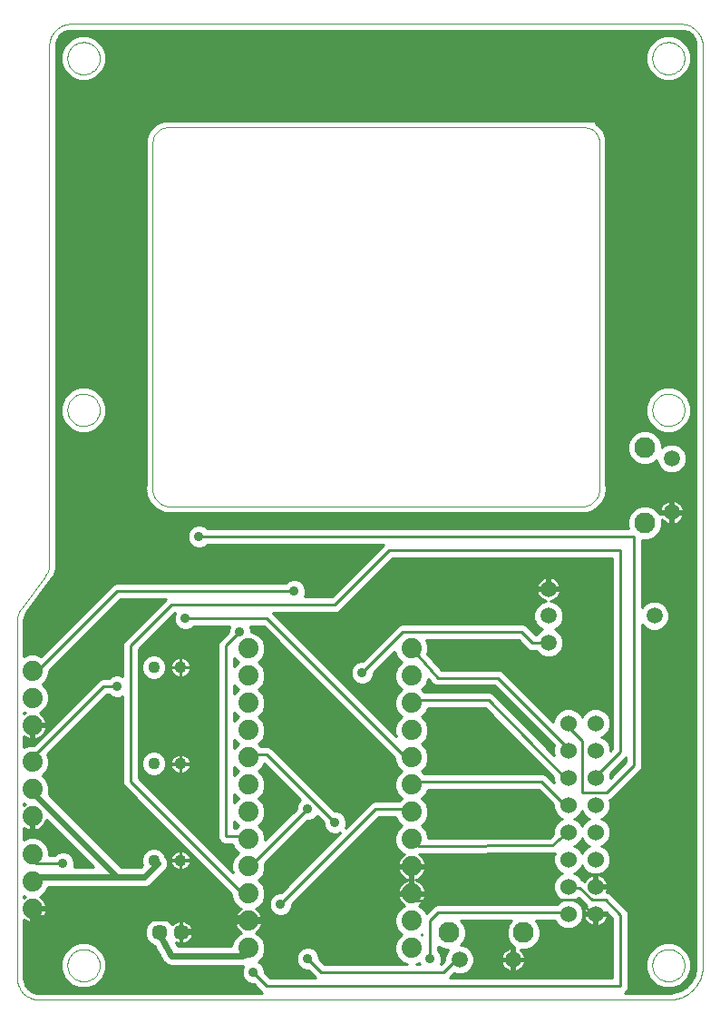
<source format=gbl>
G75*
G70*
%OFA0B0*%
%FSLAX24Y24*%
%IPPOS*%
%LPD*%
%AMOC8*
5,1,8,0,0,1.08239X$1,22.5*
%
%ADD10C,0.0000*%
%ADD11C,0.0740*%
%ADD12C,0.0768*%
%ADD13C,0.0594*%
%ADD14C,0.0570*%
%ADD15C,0.0602*%
%ADD16C,0.0436*%
%ADD17C,0.0240*%
%ADD18C,0.0100*%
%ADD19C,0.0098*%
%ADD20C,0.0360*%
D10*
X000150Y000994D02*
X000150Y014117D01*
X000307Y014590D02*
X001174Y015745D01*
X001331Y016217D02*
X001331Y035246D01*
X001332Y035246D02*
X001334Y035300D01*
X001339Y035353D01*
X001348Y035406D01*
X001361Y035458D01*
X001377Y035510D01*
X001397Y035560D01*
X001420Y035608D01*
X001447Y035655D01*
X001476Y035700D01*
X001509Y035743D01*
X001544Y035783D01*
X001582Y035821D01*
X001622Y035856D01*
X001665Y035889D01*
X001710Y035918D01*
X001757Y035945D01*
X001805Y035968D01*
X001855Y035988D01*
X001907Y036004D01*
X001959Y036017D01*
X002012Y036026D01*
X002065Y036031D01*
X002119Y036033D01*
X024559Y036033D01*
X024613Y036031D01*
X024666Y036026D01*
X024719Y036017D01*
X024771Y036004D01*
X024823Y035988D01*
X024873Y035968D01*
X024921Y035945D01*
X024968Y035918D01*
X025013Y035889D01*
X025056Y035856D01*
X025096Y035821D01*
X025134Y035783D01*
X025169Y035743D01*
X025202Y035700D01*
X025231Y035655D01*
X025258Y035608D01*
X025281Y035560D01*
X025301Y035510D01*
X025317Y035458D01*
X025330Y035406D01*
X025339Y035353D01*
X025344Y035300D01*
X025346Y035246D01*
X025347Y035246D02*
X025347Y001494D01*
X025348Y001425D01*
X025345Y001356D01*
X025338Y001287D01*
X025328Y001218D01*
X025313Y001150D01*
X025295Y001084D01*
X025273Y001018D01*
X025248Y000954D01*
X025219Y000891D01*
X025186Y000830D01*
X025150Y000770D01*
X025111Y000713D01*
X025068Y000658D01*
X025023Y000606D01*
X024975Y000556D01*
X024924Y000509D01*
X024870Y000465D01*
X024814Y000425D01*
X024756Y000387D01*
X024696Y000352D01*
X024634Y000321D01*
X024571Y000294D01*
X024506Y000270D01*
X024439Y000250D01*
X024372Y000233D01*
X024304Y000221D01*
X024235Y000212D01*
X024166Y000207D01*
X000937Y000207D01*
X000883Y000209D01*
X000830Y000214D01*
X000777Y000223D01*
X000725Y000236D01*
X000673Y000252D01*
X000623Y000272D01*
X000575Y000295D01*
X000528Y000322D01*
X000483Y000351D01*
X000440Y000384D01*
X000400Y000419D01*
X000362Y000457D01*
X000327Y000497D01*
X000294Y000540D01*
X000265Y000585D01*
X000238Y000632D01*
X000215Y000680D01*
X000195Y000730D01*
X000179Y000782D01*
X000166Y000834D01*
X000157Y000887D01*
X000152Y000940D01*
X000150Y000994D01*
X002000Y001466D02*
X002002Y001514D01*
X002008Y001562D01*
X002018Y001609D01*
X002031Y001655D01*
X002049Y001700D01*
X002069Y001744D01*
X002094Y001786D01*
X002122Y001825D01*
X002152Y001862D01*
X002186Y001896D01*
X002223Y001928D01*
X002261Y001957D01*
X002302Y001982D01*
X002345Y002004D01*
X002390Y002022D01*
X002436Y002036D01*
X002483Y002047D01*
X002531Y002054D01*
X002579Y002057D01*
X002627Y002056D01*
X002675Y002051D01*
X002723Y002042D01*
X002769Y002030D01*
X002814Y002013D01*
X002858Y001993D01*
X002900Y001970D01*
X002940Y001943D01*
X002978Y001913D01*
X003013Y001880D01*
X003045Y001844D01*
X003075Y001806D01*
X003101Y001765D01*
X003123Y001722D01*
X003143Y001678D01*
X003158Y001633D01*
X003170Y001586D01*
X003178Y001538D01*
X003182Y001490D01*
X003182Y001442D01*
X003178Y001394D01*
X003170Y001346D01*
X003158Y001299D01*
X003143Y001254D01*
X003123Y001210D01*
X003101Y001167D01*
X003075Y001126D01*
X003045Y001088D01*
X003013Y001052D01*
X002978Y001019D01*
X002940Y000989D01*
X002900Y000962D01*
X002858Y000939D01*
X002814Y000919D01*
X002769Y000902D01*
X002723Y000890D01*
X002675Y000881D01*
X002627Y000876D01*
X002579Y000875D01*
X002531Y000878D01*
X002483Y000885D01*
X002436Y000896D01*
X002390Y000910D01*
X002345Y000928D01*
X002302Y000950D01*
X002261Y000975D01*
X002223Y001004D01*
X002186Y001036D01*
X002152Y001070D01*
X002122Y001107D01*
X002094Y001146D01*
X002069Y001188D01*
X002049Y001232D01*
X002031Y001277D01*
X002018Y001323D01*
X002008Y001370D01*
X002002Y001418D01*
X002000Y001466D01*
X000150Y014117D02*
X000152Y014168D01*
X000157Y014218D01*
X000165Y014268D01*
X000176Y014317D01*
X000190Y014366D01*
X000208Y014413D01*
X000229Y014460D01*
X000252Y014504D01*
X000278Y014548D01*
X000307Y014589D01*
X001174Y015745D02*
X001203Y015786D01*
X001229Y015830D01*
X001252Y015874D01*
X001273Y015921D01*
X001291Y015968D01*
X001305Y016017D01*
X001316Y016066D01*
X001324Y016116D01*
X001329Y016166D01*
X001331Y016217D01*
X005134Y019104D02*
X005134Y031703D01*
X005135Y031702D02*
X005137Y031746D01*
X005142Y031789D01*
X005151Y031832D01*
X005163Y031874D01*
X005179Y031914D01*
X005198Y031954D01*
X005221Y031991D01*
X005246Y032027D01*
X005274Y032060D01*
X005305Y032091D01*
X005338Y032119D01*
X005374Y032145D01*
X005411Y032167D01*
X005450Y032186D01*
X005491Y032202D01*
X005533Y032215D01*
X005575Y032224D01*
X005619Y032229D01*
X005662Y032231D01*
X005662Y032232D02*
X021016Y032232D01*
X021060Y032230D01*
X021103Y032225D01*
X021146Y032216D01*
X021188Y032203D01*
X021228Y032187D01*
X021268Y032168D01*
X021305Y032146D01*
X021341Y032120D01*
X021374Y032092D01*
X021405Y032061D01*
X021433Y032028D01*
X021459Y031992D01*
X021481Y031955D01*
X021500Y031915D01*
X021516Y031875D01*
X021529Y031833D01*
X021538Y031790D01*
X021543Y031747D01*
X021545Y031703D01*
X021545Y019104D01*
X021016Y018317D02*
X005662Y018317D01*
X005613Y018328D01*
X005566Y018343D01*
X005519Y018362D01*
X005474Y018384D01*
X005431Y018410D01*
X005390Y018438D01*
X005351Y018470D01*
X005314Y018504D01*
X005281Y018541D01*
X005250Y018581D01*
X005222Y018622D01*
X005197Y018666D01*
X005176Y018711D01*
X005158Y018758D01*
X005143Y018806D01*
X005133Y018855D01*
X005126Y018904D01*
X005122Y018954D01*
X005123Y019004D01*
X005127Y019054D01*
X005135Y019104D01*
X002000Y021860D02*
X002002Y021908D01*
X002008Y021956D01*
X002018Y022003D01*
X002031Y022049D01*
X002049Y022094D01*
X002069Y022138D01*
X002094Y022180D01*
X002122Y022219D01*
X002152Y022256D01*
X002186Y022290D01*
X002223Y022322D01*
X002261Y022351D01*
X002302Y022376D01*
X002345Y022398D01*
X002390Y022416D01*
X002436Y022430D01*
X002483Y022441D01*
X002531Y022448D01*
X002579Y022451D01*
X002627Y022450D01*
X002675Y022445D01*
X002723Y022436D01*
X002769Y022424D01*
X002814Y022407D01*
X002858Y022387D01*
X002900Y022364D01*
X002940Y022337D01*
X002978Y022307D01*
X003013Y022274D01*
X003045Y022238D01*
X003075Y022200D01*
X003101Y022159D01*
X003123Y022116D01*
X003143Y022072D01*
X003158Y022027D01*
X003170Y021980D01*
X003178Y021932D01*
X003182Y021884D01*
X003182Y021836D01*
X003178Y021788D01*
X003170Y021740D01*
X003158Y021693D01*
X003143Y021648D01*
X003123Y021604D01*
X003101Y021561D01*
X003075Y021520D01*
X003045Y021482D01*
X003013Y021446D01*
X002978Y021413D01*
X002940Y021383D01*
X002900Y021356D01*
X002858Y021333D01*
X002814Y021313D01*
X002769Y021296D01*
X002723Y021284D01*
X002675Y021275D01*
X002627Y021270D01*
X002579Y021269D01*
X002531Y021272D01*
X002483Y021279D01*
X002436Y021290D01*
X002390Y021304D01*
X002345Y021322D01*
X002302Y021344D01*
X002261Y021369D01*
X002223Y021398D01*
X002186Y021430D01*
X002152Y021464D01*
X002122Y021501D01*
X002094Y021540D01*
X002069Y021582D01*
X002049Y021626D01*
X002031Y021671D01*
X002018Y021717D01*
X002008Y021764D01*
X002002Y021812D01*
X002000Y021860D01*
X002000Y034773D02*
X002002Y034821D01*
X002008Y034869D01*
X002018Y034916D01*
X002031Y034962D01*
X002049Y035007D01*
X002069Y035051D01*
X002094Y035093D01*
X002122Y035132D01*
X002152Y035169D01*
X002186Y035203D01*
X002223Y035235D01*
X002261Y035264D01*
X002302Y035289D01*
X002345Y035311D01*
X002390Y035329D01*
X002436Y035343D01*
X002483Y035354D01*
X002531Y035361D01*
X002579Y035364D01*
X002627Y035363D01*
X002675Y035358D01*
X002723Y035349D01*
X002769Y035337D01*
X002814Y035320D01*
X002858Y035300D01*
X002900Y035277D01*
X002940Y035250D01*
X002978Y035220D01*
X003013Y035187D01*
X003045Y035151D01*
X003075Y035113D01*
X003101Y035072D01*
X003123Y035029D01*
X003143Y034985D01*
X003158Y034940D01*
X003170Y034893D01*
X003178Y034845D01*
X003182Y034797D01*
X003182Y034749D01*
X003178Y034701D01*
X003170Y034653D01*
X003158Y034606D01*
X003143Y034561D01*
X003123Y034517D01*
X003101Y034474D01*
X003075Y034433D01*
X003045Y034395D01*
X003013Y034359D01*
X002978Y034326D01*
X002940Y034296D01*
X002900Y034269D01*
X002858Y034246D01*
X002814Y034226D01*
X002769Y034209D01*
X002723Y034197D01*
X002675Y034188D01*
X002627Y034183D01*
X002579Y034182D01*
X002531Y034185D01*
X002483Y034192D01*
X002436Y034203D01*
X002390Y034217D01*
X002345Y034235D01*
X002302Y034257D01*
X002261Y034282D01*
X002223Y034311D01*
X002186Y034343D01*
X002152Y034377D01*
X002122Y034414D01*
X002094Y034453D01*
X002069Y034495D01*
X002049Y034539D01*
X002031Y034584D01*
X002018Y034630D01*
X002008Y034677D01*
X002002Y034725D01*
X002000Y034773D01*
X021545Y019104D02*
X021553Y019055D01*
X021557Y019005D01*
X021558Y018954D01*
X021554Y018904D01*
X021547Y018855D01*
X021536Y018806D01*
X021522Y018758D01*
X021504Y018711D01*
X021482Y018665D01*
X021458Y018622D01*
X021430Y018580D01*
X021399Y018541D01*
X021365Y018504D01*
X021328Y018469D01*
X021289Y018438D01*
X021248Y018409D01*
X021205Y018384D01*
X021159Y018362D01*
X021113Y018343D01*
X021065Y018328D01*
X021016Y018317D01*
X023496Y021860D02*
X023498Y021908D01*
X023504Y021956D01*
X023514Y022003D01*
X023527Y022049D01*
X023545Y022094D01*
X023565Y022138D01*
X023590Y022180D01*
X023618Y022219D01*
X023648Y022256D01*
X023682Y022290D01*
X023719Y022322D01*
X023757Y022351D01*
X023798Y022376D01*
X023841Y022398D01*
X023886Y022416D01*
X023932Y022430D01*
X023979Y022441D01*
X024027Y022448D01*
X024075Y022451D01*
X024123Y022450D01*
X024171Y022445D01*
X024219Y022436D01*
X024265Y022424D01*
X024310Y022407D01*
X024354Y022387D01*
X024396Y022364D01*
X024436Y022337D01*
X024474Y022307D01*
X024509Y022274D01*
X024541Y022238D01*
X024571Y022200D01*
X024597Y022159D01*
X024619Y022116D01*
X024639Y022072D01*
X024654Y022027D01*
X024666Y021980D01*
X024674Y021932D01*
X024678Y021884D01*
X024678Y021836D01*
X024674Y021788D01*
X024666Y021740D01*
X024654Y021693D01*
X024639Y021648D01*
X024619Y021604D01*
X024597Y021561D01*
X024571Y021520D01*
X024541Y021482D01*
X024509Y021446D01*
X024474Y021413D01*
X024436Y021383D01*
X024396Y021356D01*
X024354Y021333D01*
X024310Y021313D01*
X024265Y021296D01*
X024219Y021284D01*
X024171Y021275D01*
X024123Y021270D01*
X024075Y021269D01*
X024027Y021272D01*
X023979Y021279D01*
X023932Y021290D01*
X023886Y021304D01*
X023841Y021322D01*
X023798Y021344D01*
X023757Y021369D01*
X023719Y021398D01*
X023682Y021430D01*
X023648Y021464D01*
X023618Y021501D01*
X023590Y021540D01*
X023565Y021582D01*
X023545Y021626D01*
X023527Y021671D01*
X023514Y021717D01*
X023504Y021764D01*
X023498Y021812D01*
X023496Y021860D01*
X023496Y034773D02*
X023498Y034821D01*
X023504Y034869D01*
X023514Y034916D01*
X023527Y034962D01*
X023545Y035007D01*
X023565Y035051D01*
X023590Y035093D01*
X023618Y035132D01*
X023648Y035169D01*
X023682Y035203D01*
X023719Y035235D01*
X023757Y035264D01*
X023798Y035289D01*
X023841Y035311D01*
X023886Y035329D01*
X023932Y035343D01*
X023979Y035354D01*
X024027Y035361D01*
X024075Y035364D01*
X024123Y035363D01*
X024171Y035358D01*
X024219Y035349D01*
X024265Y035337D01*
X024310Y035320D01*
X024354Y035300D01*
X024396Y035277D01*
X024436Y035250D01*
X024474Y035220D01*
X024509Y035187D01*
X024541Y035151D01*
X024571Y035113D01*
X024597Y035072D01*
X024619Y035029D01*
X024639Y034985D01*
X024654Y034940D01*
X024666Y034893D01*
X024674Y034845D01*
X024678Y034797D01*
X024678Y034749D01*
X024674Y034701D01*
X024666Y034653D01*
X024654Y034606D01*
X024639Y034561D01*
X024619Y034517D01*
X024597Y034474D01*
X024571Y034433D01*
X024541Y034395D01*
X024509Y034359D01*
X024474Y034326D01*
X024436Y034296D01*
X024396Y034269D01*
X024354Y034246D01*
X024310Y034226D01*
X024265Y034209D01*
X024219Y034197D01*
X024171Y034188D01*
X024123Y034183D01*
X024075Y034182D01*
X024027Y034185D01*
X023979Y034192D01*
X023932Y034203D01*
X023886Y034217D01*
X023841Y034235D01*
X023798Y034257D01*
X023757Y034282D01*
X023719Y034311D01*
X023682Y034343D01*
X023648Y034377D01*
X023618Y034414D01*
X023590Y034453D01*
X023565Y034495D01*
X023545Y034539D01*
X023527Y034584D01*
X023514Y034630D01*
X023504Y034677D01*
X023498Y034725D01*
X023496Y034773D01*
X023496Y001466D02*
X023498Y001514D01*
X023504Y001562D01*
X023514Y001609D01*
X023527Y001655D01*
X023545Y001700D01*
X023565Y001744D01*
X023590Y001786D01*
X023618Y001825D01*
X023648Y001862D01*
X023682Y001896D01*
X023719Y001928D01*
X023757Y001957D01*
X023798Y001982D01*
X023841Y002004D01*
X023886Y002022D01*
X023932Y002036D01*
X023979Y002047D01*
X024027Y002054D01*
X024075Y002057D01*
X024123Y002056D01*
X024171Y002051D01*
X024219Y002042D01*
X024265Y002030D01*
X024310Y002013D01*
X024354Y001993D01*
X024396Y001970D01*
X024436Y001943D01*
X024474Y001913D01*
X024509Y001880D01*
X024541Y001844D01*
X024571Y001806D01*
X024597Y001765D01*
X024619Y001722D01*
X024639Y001678D01*
X024654Y001633D01*
X024666Y001586D01*
X024674Y001538D01*
X024678Y001490D01*
X024678Y001442D01*
X024674Y001394D01*
X024666Y001346D01*
X024654Y001299D01*
X024639Y001254D01*
X024619Y001210D01*
X024597Y001167D01*
X024571Y001126D01*
X024541Y001088D01*
X024509Y001052D01*
X024474Y001019D01*
X024436Y000989D01*
X024396Y000962D01*
X024354Y000939D01*
X024310Y000919D01*
X024265Y000902D01*
X024219Y000890D01*
X024171Y000881D01*
X024123Y000876D01*
X024075Y000875D01*
X024027Y000878D01*
X023979Y000885D01*
X023932Y000896D01*
X023886Y000910D01*
X023841Y000928D01*
X023798Y000950D01*
X023757Y000975D01*
X023719Y001004D01*
X023682Y001036D01*
X023648Y001070D01*
X023618Y001107D01*
X023590Y001146D01*
X023565Y001188D01*
X023545Y001232D01*
X023527Y001277D01*
X023514Y001323D01*
X023504Y001370D01*
X023498Y001418D01*
X023496Y001466D01*
D11*
X014650Y002100D03*
X014650Y003100D03*
X014650Y004100D03*
X014650Y005100D03*
X014650Y006100D03*
X014650Y007100D03*
X014650Y008100D03*
X014650Y009100D03*
X014650Y010100D03*
X014650Y011100D03*
X014650Y012100D03*
X014650Y013100D03*
X008650Y013100D03*
X008650Y012100D03*
X008650Y011100D03*
X008650Y010100D03*
X008650Y009100D03*
X008650Y008100D03*
X008650Y007100D03*
X008650Y006100D03*
X008650Y005100D03*
X008650Y004100D03*
X008650Y003100D03*
X008650Y002100D03*
X000713Y003545D03*
X000713Y004545D03*
X000713Y005545D03*
X000713Y006935D03*
X000713Y007935D03*
X000713Y008935D03*
X000713Y010285D03*
X000713Y011285D03*
X000713Y012285D03*
D12*
X016012Y002663D03*
X018768Y002663D03*
X023225Y017714D03*
X023225Y020470D03*
D13*
X024209Y020077D03*
X024209Y018108D03*
X023575Y014301D03*
X019678Y014301D03*
X019678Y013317D03*
X019678Y015285D03*
X018374Y001679D03*
X016406Y001679D03*
D14*
X006174Y002687D03*
X005386Y002687D03*
D15*
X020410Y003356D03*
X020410Y004356D03*
X020410Y005356D03*
X020410Y006356D03*
X020410Y007356D03*
X020410Y008356D03*
X020410Y009356D03*
X020410Y010356D03*
X021410Y010356D03*
X021410Y009356D03*
X021410Y008356D03*
X021410Y007356D03*
X021410Y006356D03*
X021410Y005356D03*
X021410Y004356D03*
X021410Y003356D03*
D16*
X006154Y005325D03*
X005170Y005325D03*
X005170Y008868D03*
X006154Y008868D03*
X006154Y012411D03*
X005170Y012411D03*
D17*
X000831Y007707D02*
X003831Y004707D01*
X000831Y004707D01*
X000713Y004545D01*
X000713Y003545D02*
X000831Y003207D01*
X008331Y003207D01*
X008650Y003100D01*
X008331Y003207D02*
X007831Y002707D01*
X006331Y002707D01*
X006174Y002687D01*
X005331Y002707D02*
X005831Y001813D01*
X008363Y001813D01*
X008395Y001815D01*
X008427Y001820D01*
X008458Y001829D01*
X008488Y001841D01*
X008516Y001857D01*
X008542Y001876D01*
X008566Y001897D01*
X008587Y001921D01*
X008606Y001947D01*
X008622Y001975D01*
X008634Y002005D01*
X008643Y002036D01*
X008648Y002068D01*
X008650Y002100D01*
X005331Y005207D02*
X004831Y004707D01*
X003831Y004707D01*
X020331Y009435D02*
X020331Y009525D01*
X020331Y009435D02*
X020333Y009420D01*
X020337Y009405D01*
X020344Y009391D01*
X020354Y009379D01*
X020366Y009369D01*
X020380Y009362D01*
X020395Y009358D01*
X020410Y009356D01*
D18*
X002255Y000699D02*
X000492Y000699D01*
X000456Y000749D02*
X000404Y000909D01*
X000397Y000994D01*
X000397Y003132D01*
X000440Y003100D01*
X000513Y003063D01*
X000591Y003038D01*
X000663Y003027D01*
X000663Y003495D01*
X000763Y003495D01*
X000763Y003027D01*
X000835Y003038D01*
X000913Y003063D01*
X000986Y003100D01*
X001052Y003149D01*
X001110Y003206D01*
X001158Y003273D01*
X001195Y003346D01*
X001220Y003423D01*
X001232Y003495D01*
X000763Y003495D01*
X000763Y003595D01*
X001232Y003595D01*
X001220Y003667D01*
X001195Y003745D01*
X001158Y003818D01*
X001110Y003884D01*
X001052Y003942D01*
X000986Y003990D01*
X000985Y003990D01*
X001062Y004022D01*
X001236Y004196D01*
X001296Y004340D01*
X004904Y004340D01*
X005039Y004396D01*
X005642Y004999D01*
X005698Y005134D01*
X005698Y005280D01*
X005642Y005414D01*
X005631Y005425D01*
X005564Y005588D01*
X005433Y005719D01*
X005262Y005790D01*
X005077Y005790D01*
X004906Y005719D01*
X004776Y005588D01*
X004705Y005417D01*
X004705Y005232D01*
X004744Y005138D01*
X004679Y005073D01*
X003983Y005073D01*
X001305Y007752D01*
X001330Y007812D01*
X001330Y008058D01*
X001236Y008284D01*
X001085Y008435D01*
X001236Y008585D01*
X001330Y008812D01*
X001330Y009058D01*
X001263Y009219D01*
X003454Y011410D01*
X003524Y011410D01*
X003589Y011345D01*
X003746Y011280D01*
X003916Y011280D01*
X004034Y011329D01*
X004034Y008148D01*
X004079Y008038D01*
X008033Y004085D01*
X008033Y003978D01*
X008127Y003751D01*
X008301Y003577D01*
X008378Y003545D01*
X008377Y003545D01*
X008311Y003497D01*
X008253Y003439D01*
X008205Y003373D01*
X008168Y003300D01*
X008143Y003222D01*
X008131Y003150D01*
X008600Y003150D01*
X008600Y003050D01*
X008131Y003050D01*
X008143Y002978D01*
X008168Y002901D01*
X008205Y002828D01*
X008253Y002762D01*
X008311Y002704D01*
X008377Y002656D01*
X008378Y002655D01*
X008301Y002623D01*
X008127Y002450D01*
X008033Y002223D01*
X008033Y002180D01*
X006046Y002180D01*
X005981Y002297D01*
X006007Y002284D01*
X006072Y002263D01*
X006139Y002252D01*
X006155Y002252D01*
X006155Y002668D01*
X006193Y002668D01*
X006193Y002706D01*
X006609Y002706D01*
X006609Y002721D01*
X006598Y002789D01*
X006577Y002854D01*
X006546Y002915D01*
X006505Y002970D01*
X006457Y003019D01*
X006402Y003059D01*
X006341Y003090D01*
X006275Y003111D01*
X006208Y003122D01*
X006193Y003122D01*
X006193Y002706D01*
X006155Y002706D01*
X006155Y003122D01*
X006139Y003122D01*
X006072Y003111D01*
X006007Y003090D01*
X005946Y003059D01*
X005890Y003019D01*
X005844Y002972D01*
X005837Y002988D01*
X005687Y003138D01*
X005492Y003219D01*
X005280Y003219D01*
X005085Y003138D01*
X004935Y002988D01*
X004854Y002793D01*
X004854Y002581D01*
X004935Y002386D01*
X005085Y002236D01*
X005201Y002188D01*
X005500Y001653D01*
X005520Y001605D01*
X005536Y001589D01*
X005547Y001570D01*
X005587Y001538D01*
X005623Y001502D01*
X005644Y001493D01*
X005661Y001480D01*
X005711Y001466D01*
X005758Y001446D01*
X005780Y001446D01*
X005802Y001440D01*
X005853Y001446D01*
X008468Y001446D01*
X008404Y001291D01*
X008404Y001122D01*
X008469Y000965D01*
X008589Y000845D01*
X008746Y000780D01*
X008838Y000780D01*
X009163Y000455D01*
X009167Y000453D01*
X000937Y000453D01*
X000853Y000460D01*
X000692Y000512D01*
X000555Y000612D01*
X000456Y000749D01*
X000440Y000798D02*
X002076Y000798D01*
X002117Y000756D02*
X002424Y000629D01*
X002758Y000629D01*
X003065Y000756D01*
X003301Y000992D01*
X003428Y001300D01*
X003428Y001633D01*
X003301Y001941D01*
X003065Y002176D01*
X002758Y002304D01*
X002424Y002304D01*
X002117Y002176D01*
X001881Y001941D01*
X001754Y001633D01*
X001754Y001300D01*
X001881Y000992D01*
X002117Y000756D01*
X001977Y000896D02*
X000408Y000896D01*
X000397Y000995D02*
X001880Y000995D01*
X001839Y001093D02*
X000397Y001093D01*
X000397Y001192D02*
X001798Y001192D01*
X001758Y001290D02*
X000397Y001290D01*
X000397Y001389D02*
X001754Y001389D01*
X001754Y001487D02*
X000397Y001487D01*
X000397Y001586D02*
X001754Y001586D01*
X001775Y001684D02*
X000397Y001684D01*
X000397Y001783D02*
X001816Y001783D01*
X001856Y001881D02*
X000397Y001881D01*
X000397Y001980D02*
X001920Y001980D01*
X002018Y002078D02*
X000397Y002078D01*
X000397Y002177D02*
X002117Y002177D01*
X002355Y002275D02*
X000397Y002275D01*
X000397Y002374D02*
X004947Y002374D01*
X004900Y002472D02*
X000397Y002472D01*
X000397Y002571D02*
X004859Y002571D01*
X004854Y002669D02*
X000397Y002669D01*
X000397Y002768D02*
X004854Y002768D01*
X004885Y002866D02*
X000397Y002866D01*
X000397Y002965D02*
X004926Y002965D01*
X005010Y003063D02*
X000912Y003063D01*
X000763Y003063D02*
X000663Y003063D01*
X000663Y003162D02*
X000763Y003162D01*
X000763Y003260D02*
X000663Y003260D01*
X000663Y003359D02*
X000763Y003359D01*
X000763Y003457D02*
X000663Y003457D01*
X000763Y003556D02*
X008353Y003556D01*
X008271Y003457D02*
X001226Y003457D01*
X001199Y003359D02*
X008198Y003359D01*
X008155Y003260D02*
X001149Y003260D01*
X001065Y003162D02*
X005142Y003162D01*
X005331Y002707D02*
X005386Y002687D01*
X005630Y003162D02*
X008133Y003162D01*
X008147Y002965D02*
X006510Y002965D01*
X006571Y002866D02*
X008186Y002866D01*
X008249Y002768D02*
X006601Y002768D01*
X006609Y002668D02*
X006193Y002668D01*
X006193Y002252D01*
X006208Y002252D01*
X006275Y002263D01*
X006341Y002284D01*
X006402Y002315D01*
X006457Y002355D01*
X006505Y002403D01*
X006546Y002459D01*
X006577Y002520D01*
X006598Y002585D01*
X006609Y002653D01*
X006609Y002668D01*
X006593Y002571D02*
X008248Y002571D01*
X008149Y002472D02*
X006552Y002472D01*
X006475Y002374D02*
X008096Y002374D01*
X008055Y002275D02*
X006314Y002275D01*
X006193Y002275D02*
X006155Y002275D01*
X006155Y002374D02*
X006193Y002374D01*
X006193Y002472D02*
X006155Y002472D01*
X006155Y002571D02*
X006193Y002571D01*
X006193Y002669D02*
X008359Y002669D01*
X008600Y003063D02*
X006393Y003063D01*
X006193Y003063D02*
X006155Y003063D01*
X006155Y002965D02*
X006193Y002965D01*
X006193Y002866D02*
X006155Y002866D01*
X006155Y002768D02*
X006193Y002768D01*
X005954Y003063D02*
X005762Y003063D01*
X005993Y002275D02*
X006033Y002275D01*
X005483Y001684D02*
X003407Y001684D01*
X003428Y001586D02*
X005538Y001586D01*
X005652Y001487D02*
X003428Y001487D01*
X003428Y001389D02*
X008444Y001389D01*
X008404Y001290D02*
X003424Y001290D01*
X003383Y001192D02*
X008404Y001192D01*
X008416Y001093D02*
X003343Y001093D01*
X003302Y000995D02*
X008457Y000995D01*
X008538Y000896D02*
X003205Y000896D01*
X003106Y000798D02*
X008703Y000798D01*
X008919Y000699D02*
X002927Y000699D01*
X003366Y001783D02*
X005428Y001783D01*
X005373Y001881D02*
X003326Y001881D01*
X003262Y001980D02*
X005317Y001980D01*
X005262Y002078D02*
X003164Y002078D01*
X003065Y002177D02*
X005207Y002177D01*
X005046Y002275D02*
X002827Y002275D01*
X001222Y003654D02*
X008224Y003654D01*
X008126Y003753D02*
X001191Y003753D01*
X001133Y003851D02*
X008086Y003851D01*
X008045Y003950D02*
X001041Y003950D01*
X001088Y004048D02*
X008033Y004048D01*
X007971Y004147D02*
X001187Y004147D01*
X001256Y004245D02*
X007873Y004245D01*
X007774Y004344D02*
X004913Y004344D01*
X005085Y004442D02*
X007676Y004442D01*
X007577Y004541D02*
X005184Y004541D01*
X005282Y004639D02*
X007479Y004639D01*
X007380Y004738D02*
X005381Y004738D01*
X005479Y004836D02*
X007282Y004836D01*
X007183Y004935D02*
X005578Y004935D01*
X005656Y005033D02*
X005928Y005033D01*
X005919Y005039D02*
X005980Y004998D01*
X006047Y004971D01*
X006118Y004957D01*
X006145Y004957D01*
X006145Y005316D01*
X005786Y005316D01*
X005786Y005288D01*
X005800Y005217D01*
X005828Y005150D01*
X005868Y005090D01*
X005919Y005039D01*
X005840Y005132D02*
X005697Y005132D01*
X005698Y005230D02*
X005797Y005230D01*
X005786Y005334D02*
X006145Y005334D01*
X006145Y005693D01*
X006118Y005693D01*
X006047Y005679D01*
X005980Y005651D01*
X005919Y005611D01*
X005868Y005559D01*
X005828Y005499D01*
X005800Y005432D01*
X005786Y005361D01*
X005786Y005334D01*
X005799Y005427D02*
X005631Y005427D01*
X005590Y005526D02*
X005845Y005526D01*
X005939Y005624D02*
X005528Y005624D01*
X005424Y005723D02*
X006395Y005723D01*
X006328Y005651D02*
X006261Y005679D01*
X006190Y005693D01*
X006163Y005693D01*
X006163Y005334D01*
X006145Y005334D01*
X006145Y005316D01*
X006163Y005316D01*
X006163Y005334D01*
X006522Y005334D01*
X006522Y005361D01*
X006508Y005432D01*
X006480Y005499D01*
X006440Y005559D01*
X006389Y005611D01*
X006328Y005651D01*
X006368Y005624D02*
X006494Y005624D01*
X006462Y005526D02*
X006592Y005526D01*
X006509Y005427D02*
X006691Y005427D01*
X006789Y005329D02*
X006163Y005329D01*
X006163Y005316D02*
X006522Y005316D01*
X006522Y005288D01*
X006508Y005217D01*
X006480Y005150D01*
X006440Y005090D01*
X006389Y005039D01*
X006328Y004998D01*
X006261Y004971D01*
X006190Y004957D01*
X006163Y004957D01*
X006163Y005316D01*
X006145Y005329D02*
X005678Y005329D01*
X005331Y005207D02*
X005170Y005325D01*
X004705Y005329D02*
X003728Y005329D01*
X003629Y005427D02*
X004709Y005427D01*
X004750Y005526D02*
X003531Y005526D01*
X003432Y005624D02*
X004812Y005624D01*
X004915Y005723D02*
X003334Y005723D01*
X003235Y005821D02*
X006297Y005821D01*
X006198Y005920D02*
X003137Y005920D01*
X003038Y006018D02*
X006100Y006018D01*
X006001Y006117D02*
X002940Y006117D01*
X002841Y006215D02*
X005903Y006215D01*
X005804Y006314D02*
X002743Y006314D01*
X002644Y006412D02*
X005706Y006412D01*
X005607Y006511D02*
X002546Y006511D01*
X002447Y006609D02*
X005509Y006609D01*
X005410Y006708D02*
X002349Y006708D01*
X002250Y006806D02*
X005312Y006806D01*
X005213Y006905D02*
X002152Y006905D01*
X002053Y007003D02*
X005115Y007003D01*
X005016Y007102D02*
X001955Y007102D01*
X001856Y007200D02*
X004918Y007200D01*
X004819Y007299D02*
X001758Y007299D01*
X001659Y007397D02*
X004721Y007397D01*
X004622Y007496D02*
X001561Y007496D01*
X001462Y007594D02*
X004524Y007594D01*
X004425Y007693D02*
X001364Y007693D01*
X001321Y007791D02*
X004327Y007791D01*
X004228Y007890D02*
X001330Y007890D01*
X001330Y007988D02*
X004130Y007988D01*
X004059Y008087D02*
X001318Y008087D01*
X001277Y008185D02*
X004034Y008185D01*
X004034Y008284D02*
X001236Y008284D01*
X001138Y008382D02*
X004034Y008382D01*
X004034Y008481D02*
X001131Y008481D01*
X001230Y008579D02*
X004034Y008579D01*
X004034Y008678D02*
X001274Y008678D01*
X001315Y008776D02*
X004034Y008776D01*
X004034Y008875D02*
X001330Y008875D01*
X001330Y008973D02*
X004034Y008973D01*
X004034Y009072D02*
X001324Y009072D01*
X001283Y009170D02*
X004034Y009170D01*
X004034Y009269D02*
X001313Y009269D01*
X001411Y009367D02*
X004034Y009367D01*
X004034Y009466D02*
X001510Y009466D01*
X001608Y009564D02*
X004034Y009564D01*
X004034Y009663D02*
X001707Y009663D01*
X001805Y009761D02*
X004034Y009761D01*
X004034Y009860D02*
X001904Y009860D01*
X002002Y009958D02*
X004034Y009958D01*
X004034Y010057D02*
X002101Y010057D01*
X002199Y010155D02*
X004034Y010155D01*
X004034Y010254D02*
X002298Y010254D01*
X002396Y010352D02*
X004034Y010352D01*
X004034Y010451D02*
X002495Y010451D01*
X002593Y010549D02*
X004034Y010549D01*
X004034Y010648D02*
X002692Y010648D01*
X002790Y010746D02*
X004034Y010746D01*
X004034Y010845D02*
X002889Y010845D01*
X002987Y010943D02*
X004034Y010943D01*
X004034Y011042D02*
X003086Y011042D01*
X003184Y011140D02*
X004034Y011140D01*
X004034Y011239D02*
X003283Y011239D01*
X003381Y011337D02*
X003608Y011337D01*
X003831Y011707D02*
X003331Y011707D01*
X000831Y009207D01*
X000713Y008935D01*
X000756Y009552D02*
X000590Y009552D01*
X000397Y009472D01*
X000397Y009872D01*
X000440Y009841D01*
X000513Y009803D01*
X000591Y009778D01*
X000663Y009767D01*
X000663Y010235D01*
X000763Y010235D01*
X000763Y009767D01*
X000835Y009778D01*
X000913Y009803D01*
X000986Y009841D01*
X001052Y009889D01*
X001110Y009947D01*
X001158Y010013D01*
X001195Y010086D01*
X001220Y010164D01*
X001232Y010235D01*
X000763Y010235D01*
X000763Y010335D01*
X001232Y010335D01*
X001220Y010407D01*
X001195Y010485D01*
X001158Y010558D01*
X001110Y010624D01*
X001052Y010682D01*
X000986Y010730D01*
X000985Y010730D01*
X001062Y010762D01*
X001236Y010936D01*
X001330Y011163D01*
X001330Y011408D01*
X001236Y011635D01*
X001085Y011785D01*
X001236Y011936D01*
X001330Y012163D01*
X001330Y012285D01*
X003954Y014910D01*
X005614Y014910D01*
X004163Y013458D01*
X004079Y013375D01*
X004034Y013266D01*
X004034Y012084D01*
X003916Y012133D01*
X003746Y012133D01*
X003589Y012068D01*
X003524Y012003D01*
X003272Y012003D01*
X003163Y011958D01*
X003079Y011875D01*
X000756Y009552D01*
X000769Y009564D02*
X000397Y009564D01*
X000397Y009663D02*
X000867Y009663D01*
X000966Y009761D02*
X000397Y009761D01*
X000397Y009860D02*
X000414Y009860D01*
X000663Y009860D02*
X000763Y009860D01*
X000763Y009958D02*
X000663Y009958D01*
X000663Y010057D02*
X000763Y010057D01*
X000763Y010155D02*
X000663Y010155D01*
X000763Y010254D02*
X001458Y010254D01*
X001557Y010352D02*
X001229Y010352D01*
X001206Y010451D02*
X001655Y010451D01*
X001754Y010549D02*
X001162Y010549D01*
X001086Y010648D02*
X001852Y010648D01*
X001951Y010746D02*
X001023Y010746D01*
X001145Y010845D02*
X002049Y010845D01*
X002148Y010943D02*
X001239Y010943D01*
X001280Y011042D02*
X002246Y011042D01*
X002345Y011140D02*
X001321Y011140D01*
X001330Y011239D02*
X002443Y011239D01*
X002542Y011337D02*
X001330Y011337D01*
X001318Y011436D02*
X002640Y011436D01*
X002739Y011534D02*
X001278Y011534D01*
X001237Y011633D02*
X002837Y011633D01*
X002936Y011731D02*
X001140Y011731D01*
X001130Y011830D02*
X003034Y011830D01*
X003133Y011928D02*
X001228Y011928D01*
X001274Y012027D02*
X003547Y012027D01*
X003726Y012125D02*
X001314Y012125D01*
X001330Y012224D02*
X004034Y012224D01*
X004034Y012322D02*
X001366Y012322D01*
X001465Y012421D02*
X004034Y012421D01*
X004034Y012519D02*
X001563Y012519D01*
X001662Y012618D02*
X004034Y012618D01*
X004034Y012716D02*
X001760Y012716D01*
X001859Y012815D02*
X004034Y012815D01*
X004034Y012913D02*
X001957Y012913D01*
X002056Y013012D02*
X004034Y013012D01*
X004034Y013110D02*
X002154Y013110D01*
X002253Y013209D02*
X004034Y013209D01*
X004051Y013307D02*
X002351Y013307D01*
X002450Y013406D02*
X004110Y013406D01*
X004209Y013504D02*
X002548Y013504D01*
X002647Y013603D02*
X004307Y013603D01*
X004406Y013701D02*
X002745Y013701D01*
X002844Y013800D02*
X004504Y013800D01*
X004603Y013898D02*
X002942Y013898D01*
X003041Y013997D02*
X004701Y013997D01*
X004800Y014095D02*
X003139Y014095D01*
X003238Y014194D02*
X004898Y014194D01*
X004997Y014292D02*
X003336Y014292D01*
X003435Y014391D02*
X005095Y014391D01*
X005194Y014489D02*
X003533Y014489D01*
X003632Y014588D02*
X005292Y014588D01*
X005391Y014686D02*
X003730Y014686D01*
X003829Y014785D02*
X005489Y014785D01*
X005588Y014883D02*
X003927Y014883D01*
X003831Y015207D02*
X010331Y015207D01*
X010024Y015503D02*
X003772Y015503D01*
X003663Y015458D01*
X003579Y015375D01*
X001027Y012823D01*
X000836Y012902D01*
X000590Y012902D01*
X000397Y012822D01*
X000397Y014117D01*
X000404Y014204D01*
X000459Y014368D01*
X000505Y014442D01*
X000513Y014452D01*
X000534Y014481D01*
X001401Y015636D01*
X001472Y015731D01*
X001578Y016049D01*
X001578Y035246D01*
X001585Y035330D01*
X001637Y035491D01*
X001736Y035628D01*
X001873Y035728D01*
X002034Y035780D01*
X002119Y035786D01*
X005268Y035786D01*
X005268Y032379D01*
X005223Y032360D01*
X005223Y032360D01*
X005507Y032478D01*
X005507Y032478D01*
X005613Y032479D01*
X005613Y032479D01*
X005662Y032479D01*
X005711Y032479D01*
X005711Y032479D01*
X006056Y032479D01*
X006056Y035786D01*
X004874Y035786D01*
X004874Y032096D01*
X004986Y032096D01*
X005005Y032142D01*
X005005Y032142D01*
X005223Y032360D01*
X005223Y032360D01*
X005005Y032142D01*
X005005Y032142D01*
X004887Y031856D01*
X004887Y031702D01*
X004887Y019128D01*
X004864Y019010D01*
X004864Y019010D01*
X004898Y018721D01*
X005020Y018457D01*
X005218Y018244D01*
X005471Y018103D01*
X005471Y018103D01*
X005590Y018079D01*
X005613Y018070D01*
X005638Y018070D01*
X005662Y018065D01*
X005686Y018070D01*
X020991Y018070D01*
X021015Y018065D01*
X021040Y018070D01*
X021065Y018070D01*
X021088Y018079D01*
X021206Y018103D01*
X021460Y018244D01*
X021460Y018244D01*
X021658Y018457D01*
X021781Y018721D01*
X021815Y019009D01*
X021792Y019128D01*
X021792Y031857D01*
X021674Y032142D01*
X021674Y032142D01*
X021456Y032360D01*
X021456Y032360D01*
X021410Y032379D01*
X021410Y032490D01*
X005662Y032490D01*
X005662Y035786D01*
X024559Y035786D01*
X024644Y035780D01*
X024805Y035728D01*
X024942Y035628D01*
X025041Y035491D01*
X025093Y035330D01*
X025100Y035246D01*
X025100Y001538D01*
X025098Y001532D01*
X025100Y001489D01*
X025100Y001473D01*
X025097Y001354D01*
X025041Y001102D01*
X024922Y000873D01*
X024748Y000683D01*
X024530Y000545D01*
X024284Y000467D01*
X024157Y000453D01*
X022496Y000453D01*
X022499Y000455D01*
X022583Y000538D01*
X022628Y000648D01*
X022628Y003372D01*
X022583Y003481D01*
X022499Y003565D01*
X021949Y004115D01*
X021840Y004160D01*
X021816Y004160D01*
X021828Y004183D01*
X021850Y004251D01*
X021859Y004306D01*
X021460Y004306D01*
X021460Y004406D01*
X021859Y004406D01*
X021850Y004462D01*
X021828Y004529D01*
X021796Y004593D01*
X021754Y004650D01*
X021704Y004700D01*
X021646Y004742D01*
X021583Y004774D01*
X021515Y004796D01*
X021460Y004805D01*
X021460Y004406D01*
X021360Y004406D01*
X021360Y004805D01*
X021304Y004796D01*
X021237Y004774D01*
X021173Y004742D01*
X021116Y004700D01*
X021066Y004650D01*
X021024Y004593D01*
X021006Y004558D01*
X020999Y004565D01*
X020900Y004606D01*
X020874Y004667D01*
X020720Y004821D01*
X020635Y004856D01*
X020720Y004892D01*
X020874Y005046D01*
X020910Y005131D01*
X020945Y005046D01*
X021099Y004892D01*
X021301Y004808D01*
X021519Y004808D01*
X021720Y004892D01*
X021874Y005046D01*
X021958Y005247D01*
X021958Y005465D01*
X021874Y005667D01*
X021720Y005821D01*
X021635Y005856D01*
X021720Y005892D01*
X021874Y006046D01*
X021958Y006247D01*
X021958Y006465D01*
X021874Y006667D01*
X021720Y006821D01*
X021635Y006856D01*
X021720Y006892D01*
X021874Y007046D01*
X021958Y007247D01*
X021958Y007465D01*
X021930Y007533D01*
X021999Y007561D01*
X022999Y008561D01*
X023083Y008645D01*
X023128Y008754D01*
X023128Y013979D01*
X023267Y013840D01*
X023467Y013757D01*
X023683Y013757D01*
X023883Y013840D01*
X024036Y013993D01*
X024119Y014193D01*
X024119Y014409D01*
X024036Y014609D01*
X023883Y014762D01*
X023683Y014845D01*
X023467Y014845D01*
X023267Y014762D01*
X023128Y014623D01*
X023128Y017084D01*
X023350Y017084D01*
X023582Y017180D01*
X023759Y017357D01*
X023856Y017589D01*
X023856Y017835D01*
X023868Y017817D01*
X023918Y017767D01*
X023975Y017726D01*
X024038Y017694D01*
X024104Y017672D01*
X024161Y017663D01*
X024161Y018060D01*
X024257Y018060D01*
X024257Y017663D01*
X024314Y017672D01*
X024381Y017694D01*
X024443Y017726D01*
X024500Y017767D01*
X024550Y017817D01*
X024591Y017874D01*
X024623Y017937D01*
X025100Y017937D01*
X025100Y018035D02*
X024650Y018035D01*
X024654Y018060D02*
X024257Y018060D01*
X024257Y018157D01*
X024161Y018157D01*
X024161Y018553D01*
X024104Y018544D01*
X024038Y018522D01*
X023975Y018490D01*
X023918Y018449D01*
X023868Y018399D01*
X023827Y018342D01*
X023795Y018280D01*
X023773Y018213D01*
X023764Y018157D01*
X024161Y018157D01*
X024161Y018060D01*
X023764Y018060D01*
X023759Y018072D01*
X023582Y018249D01*
X023350Y018345D01*
X023099Y018345D01*
X022868Y018249D01*
X022690Y018072D01*
X022594Y017840D01*
X022594Y017589D01*
X022630Y017503D01*
X007138Y017503D01*
X007073Y017568D01*
X006916Y017633D01*
X006746Y017633D01*
X006589Y017568D01*
X006469Y017448D01*
X006404Y017291D01*
X006404Y017122D01*
X006469Y016965D01*
X006589Y016845D01*
X006746Y016780D01*
X006916Y016780D01*
X007073Y016845D01*
X007138Y016910D01*
X013614Y016910D01*
X011708Y015003D01*
X010709Y015003D01*
X010758Y015122D01*
X010758Y015291D01*
X010693Y015448D01*
X010573Y015568D01*
X010416Y015633D01*
X010246Y015633D01*
X010089Y015568D01*
X010024Y015503D01*
X010099Y015573D02*
X001353Y015573D01*
X001401Y015636D02*
X001401Y015636D01*
X001427Y015671D02*
X012376Y015671D01*
X012474Y015770D02*
X001485Y015770D01*
X001472Y015731D02*
X001472Y015731D01*
X001518Y015868D02*
X012573Y015868D01*
X012671Y015967D02*
X001550Y015967D01*
X001578Y016065D02*
X012770Y016065D01*
X012868Y016164D02*
X001578Y016164D01*
X001578Y016262D02*
X012967Y016262D01*
X013065Y016361D02*
X001578Y016361D01*
X001578Y016459D02*
X013164Y016459D01*
X013262Y016558D02*
X001578Y016558D01*
X001578Y016656D02*
X013361Y016656D01*
X013459Y016755D02*
X001578Y016755D01*
X001578Y016853D02*
X006581Y016853D01*
X006482Y016952D02*
X001578Y016952D01*
X001578Y017050D02*
X006434Y017050D01*
X006404Y017149D02*
X001578Y017149D01*
X001578Y017247D02*
X006404Y017247D01*
X006427Y017346D02*
X001578Y017346D01*
X001578Y017444D02*
X006467Y017444D01*
X006563Y017543D02*
X001578Y017543D01*
X001578Y017641D02*
X022594Y017641D01*
X022594Y017740D02*
X001578Y017740D01*
X001578Y017838D02*
X022594Y017838D01*
X022634Y017937D02*
X001578Y017937D01*
X001578Y018035D02*
X022675Y018035D01*
X022752Y018134D02*
X021262Y018134D01*
X021206Y018103D02*
X021206Y018103D01*
X021439Y018232D02*
X022851Y018232D01*
X023064Y018331D02*
X021541Y018331D01*
X021632Y018429D02*
X023898Y018429D01*
X023821Y018331D02*
X023385Y018331D01*
X023599Y018232D02*
X023779Y018232D01*
X023698Y018134D02*
X024161Y018134D01*
X024257Y018134D02*
X025100Y018134D01*
X025100Y018232D02*
X024639Y018232D01*
X024645Y018213D02*
X024623Y018280D01*
X024591Y018342D01*
X024550Y018399D01*
X024500Y018449D01*
X024443Y018490D01*
X024381Y018522D01*
X024314Y018544D01*
X024257Y018553D01*
X024257Y018157D01*
X024654Y018157D01*
X024645Y018213D01*
X024597Y018331D02*
X025100Y018331D01*
X025100Y018429D02*
X024520Y018429D01*
X024364Y018528D02*
X025100Y018528D01*
X025100Y018626D02*
X021737Y018626D01*
X021781Y018721D02*
X021781Y018721D01*
X021781Y018725D02*
X025100Y018725D01*
X025100Y018823D02*
X021793Y018823D01*
X021805Y018922D02*
X025100Y018922D01*
X025100Y019020D02*
X021813Y019020D01*
X021815Y019009D02*
X021815Y019009D01*
X021794Y019119D02*
X025100Y019119D01*
X025100Y019217D02*
X021792Y019217D01*
X021792Y019316D02*
X025100Y019316D01*
X025100Y019414D02*
X021792Y019414D01*
X021792Y019513D02*
X025100Y019513D01*
X025100Y019611D02*
X024506Y019611D01*
X024517Y019616D02*
X024670Y019769D01*
X024753Y019968D01*
X024753Y020185D01*
X024670Y020385D01*
X024517Y020538D01*
X024317Y020620D01*
X024101Y020620D01*
X023901Y020538D01*
X023856Y020492D01*
X023856Y020596D01*
X023759Y020828D01*
X023582Y021005D01*
X023350Y021101D01*
X023099Y021101D01*
X022868Y021005D01*
X022690Y020828D01*
X022594Y020596D01*
X022594Y020345D01*
X022690Y020113D01*
X022868Y019936D01*
X023099Y019840D01*
X023350Y019840D01*
X023582Y019936D01*
X023665Y020019D01*
X023665Y019968D01*
X023748Y019769D01*
X023901Y019616D01*
X024101Y019533D01*
X024317Y019533D01*
X024517Y019616D01*
X024611Y019710D02*
X025100Y019710D01*
X025100Y019808D02*
X024686Y019808D01*
X024727Y019907D02*
X025100Y019907D01*
X025100Y020005D02*
X024753Y020005D01*
X024753Y020104D02*
X025100Y020104D01*
X025100Y020202D02*
X024746Y020202D01*
X024705Y020301D02*
X025100Y020301D01*
X025100Y020399D02*
X024655Y020399D01*
X024557Y020498D02*
X025100Y020498D01*
X025100Y020596D02*
X024376Y020596D01*
X024042Y020596D02*
X023855Y020596D01*
X023856Y020498D02*
X023861Y020498D01*
X023815Y020695D02*
X025100Y020695D01*
X025100Y020793D02*
X023774Y020793D01*
X023695Y020892D02*
X025100Y020892D01*
X025100Y020990D02*
X023597Y020990D01*
X023613Y021150D02*
X023920Y021023D01*
X024254Y021023D01*
X024561Y021150D01*
X024797Y021386D01*
X024924Y021694D01*
X024924Y022027D01*
X024797Y022334D01*
X024561Y022570D01*
X024254Y022698D01*
X023920Y022698D01*
X023613Y022570D01*
X023377Y022334D01*
X023250Y022027D01*
X023250Y021694D01*
X023377Y021386D01*
X023613Y021150D01*
X023576Y021187D02*
X021792Y021187D01*
X021792Y021089D02*
X023069Y021089D01*
X022853Y020990D02*
X021792Y020990D01*
X021792Y020892D02*
X022754Y020892D01*
X022676Y020793D02*
X021792Y020793D01*
X021792Y020695D02*
X022635Y020695D01*
X022594Y020596D02*
X021792Y020596D01*
X021792Y020498D02*
X022594Y020498D01*
X022594Y020399D02*
X021792Y020399D01*
X021792Y020301D02*
X022612Y020301D01*
X022653Y020202D02*
X021792Y020202D01*
X021792Y020104D02*
X022700Y020104D01*
X022798Y020005D02*
X021792Y020005D01*
X021792Y019907D02*
X022938Y019907D01*
X023512Y019907D02*
X023691Y019907D01*
X023665Y020005D02*
X023652Y020005D01*
X023732Y019808D02*
X021792Y019808D01*
X021792Y019710D02*
X023807Y019710D01*
X023912Y019611D02*
X021792Y019611D01*
X021691Y018528D02*
X024054Y018528D01*
X024161Y018528D02*
X024257Y018528D01*
X024257Y018429D02*
X024161Y018429D01*
X024161Y018331D02*
X024257Y018331D01*
X024257Y018232D02*
X024161Y018232D01*
X024161Y018035D02*
X024257Y018035D01*
X024257Y017937D02*
X024161Y017937D01*
X024161Y017838D02*
X024257Y017838D01*
X024257Y017740D02*
X024161Y017740D01*
X023956Y017740D02*
X023856Y017740D01*
X023856Y017641D02*
X025100Y017641D01*
X025100Y017543D02*
X023836Y017543D01*
X023796Y017444D02*
X025100Y017444D01*
X025100Y017346D02*
X023748Y017346D01*
X023649Y017247D02*
X025100Y017247D01*
X025100Y017149D02*
X023507Y017149D01*
X023128Y017050D02*
X025100Y017050D01*
X025100Y016952D02*
X023128Y016952D01*
X023128Y016853D02*
X025100Y016853D01*
X025100Y016755D02*
X023128Y016755D01*
X023128Y016656D02*
X025100Y016656D01*
X025100Y016558D02*
X023128Y016558D01*
X023128Y016459D02*
X025100Y016459D01*
X025100Y016361D02*
X023128Y016361D01*
X023128Y016262D02*
X025100Y016262D01*
X025100Y016164D02*
X023128Y016164D01*
X023128Y016065D02*
X025100Y016065D01*
X025100Y015967D02*
X023128Y015967D01*
X023128Y015868D02*
X025100Y015868D01*
X025100Y015770D02*
X023128Y015770D01*
X023128Y015671D02*
X025100Y015671D01*
X025100Y015573D02*
X023128Y015573D01*
X023128Y015474D02*
X025100Y015474D01*
X025100Y015376D02*
X023128Y015376D01*
X023128Y015277D02*
X025100Y015277D01*
X025100Y015179D02*
X023128Y015179D01*
X023128Y015080D02*
X025100Y015080D01*
X025100Y014982D02*
X023128Y014982D01*
X023128Y014883D02*
X025100Y014883D01*
X025100Y014785D02*
X023829Y014785D01*
X023959Y014686D02*
X025100Y014686D01*
X025100Y014588D02*
X024045Y014588D01*
X024086Y014489D02*
X025100Y014489D01*
X025100Y014391D02*
X024119Y014391D01*
X024119Y014292D02*
X025100Y014292D01*
X025100Y014194D02*
X024119Y014194D01*
X024078Y014095D02*
X025100Y014095D01*
X025100Y013997D02*
X024038Y013997D01*
X023941Y013898D02*
X025100Y013898D01*
X025100Y013800D02*
X023785Y013800D01*
X023365Y013800D02*
X023128Y013800D01*
X023128Y013898D02*
X023209Y013898D01*
X023128Y013701D02*
X025100Y013701D01*
X025100Y013603D02*
X023128Y013603D01*
X023128Y013504D02*
X025100Y013504D01*
X025100Y013406D02*
X023128Y013406D01*
X023128Y013307D02*
X025100Y013307D01*
X025100Y013209D02*
X023128Y013209D01*
X023128Y013110D02*
X025100Y013110D01*
X025100Y013012D02*
X023128Y013012D01*
X023128Y012913D02*
X025100Y012913D01*
X025100Y012815D02*
X023128Y012815D01*
X023128Y012716D02*
X025100Y012716D01*
X025100Y012618D02*
X023128Y012618D01*
X023128Y012519D02*
X025100Y012519D01*
X025100Y012421D02*
X023128Y012421D01*
X023128Y012322D02*
X025100Y012322D01*
X025100Y012224D02*
X023128Y012224D01*
X023128Y012125D02*
X025100Y012125D01*
X025100Y012027D02*
X023128Y012027D01*
X023128Y011928D02*
X025100Y011928D01*
X025100Y011830D02*
X023128Y011830D01*
X023128Y011731D02*
X025100Y011731D01*
X025100Y011633D02*
X023128Y011633D01*
X023128Y011534D02*
X025100Y011534D01*
X025100Y011436D02*
X023128Y011436D01*
X023128Y011337D02*
X025100Y011337D01*
X025100Y011239D02*
X023128Y011239D01*
X023128Y011140D02*
X025100Y011140D01*
X025100Y011042D02*
X023128Y011042D01*
X023128Y010943D02*
X025100Y010943D01*
X025100Y010845D02*
X023128Y010845D01*
X023128Y010746D02*
X025100Y010746D01*
X025100Y010648D02*
X023128Y010648D01*
X023128Y010549D02*
X025100Y010549D01*
X025100Y010451D02*
X023128Y010451D01*
X023128Y010352D02*
X025100Y010352D01*
X025100Y010254D02*
X023128Y010254D01*
X023128Y010155D02*
X025100Y010155D01*
X025100Y010057D02*
X023128Y010057D01*
X023128Y009958D02*
X025100Y009958D01*
X025100Y009860D02*
X023128Y009860D01*
X023128Y009761D02*
X025100Y009761D01*
X025100Y009663D02*
X023128Y009663D01*
X023128Y009564D02*
X025100Y009564D01*
X025100Y009466D02*
X023128Y009466D01*
X023128Y009367D02*
X025100Y009367D01*
X025100Y009269D02*
X023128Y009269D01*
X023128Y009170D02*
X025100Y009170D01*
X025100Y009072D02*
X023128Y009072D01*
X023128Y008973D02*
X025100Y008973D01*
X025100Y008875D02*
X023128Y008875D01*
X023128Y008776D02*
X025100Y008776D01*
X025100Y008678D02*
X023096Y008678D01*
X023017Y008579D02*
X025100Y008579D01*
X025100Y008481D02*
X022919Y008481D01*
X022820Y008382D02*
X025100Y008382D01*
X025100Y008284D02*
X022722Y008284D01*
X022623Y008185D02*
X025100Y008185D01*
X025100Y008087D02*
X022525Y008087D01*
X022426Y007988D02*
X025100Y007988D01*
X025100Y007890D02*
X022328Y007890D01*
X022229Y007791D02*
X025100Y007791D01*
X025100Y007693D02*
X022131Y007693D01*
X022032Y007594D02*
X025100Y007594D01*
X025100Y007496D02*
X021945Y007496D01*
X021958Y007397D02*
X025100Y007397D01*
X025100Y007299D02*
X021958Y007299D01*
X021938Y007200D02*
X025100Y007200D01*
X025100Y007102D02*
X021898Y007102D01*
X021832Y007003D02*
X025100Y007003D01*
X025100Y006905D02*
X021733Y006905D01*
X021735Y006806D02*
X025100Y006806D01*
X025100Y006708D02*
X021833Y006708D01*
X021898Y006609D02*
X025100Y006609D01*
X025100Y006511D02*
X021939Y006511D01*
X021958Y006412D02*
X025100Y006412D01*
X025100Y006314D02*
X021958Y006314D01*
X021945Y006215D02*
X025100Y006215D01*
X025100Y006117D02*
X021904Y006117D01*
X021847Y006018D02*
X025100Y006018D01*
X025100Y005920D02*
X021748Y005920D01*
X021720Y005821D02*
X025100Y005821D01*
X025100Y005723D02*
X021818Y005723D01*
X021892Y005624D02*
X025100Y005624D01*
X025100Y005526D02*
X021933Y005526D01*
X021958Y005427D02*
X025100Y005427D01*
X025100Y005329D02*
X021958Y005329D01*
X021951Y005230D02*
X025100Y005230D01*
X025100Y005132D02*
X021910Y005132D01*
X021862Y005033D02*
X025100Y005033D01*
X025100Y004935D02*
X021763Y004935D01*
X021586Y004836D02*
X025100Y004836D01*
X025100Y004738D02*
X021652Y004738D01*
X021762Y004639D02*
X025100Y004639D01*
X025100Y004541D02*
X021822Y004541D01*
X021853Y004442D02*
X025100Y004442D01*
X025100Y004344D02*
X021460Y004344D01*
X021460Y004442D02*
X021360Y004442D01*
X021360Y004541D02*
X021460Y004541D01*
X021460Y004639D02*
X021360Y004639D01*
X021360Y004738D02*
X021460Y004738D01*
X021233Y004836D02*
X020683Y004836D01*
X020763Y004935D02*
X021056Y004935D01*
X020958Y005033D02*
X020862Y005033D01*
X020803Y004738D02*
X021167Y004738D01*
X021058Y004639D02*
X020886Y004639D01*
X020831Y004313D02*
X021281Y003863D01*
X021781Y003863D01*
X022331Y003313D01*
X022331Y000707D01*
X009331Y000707D01*
X008831Y001207D01*
X009258Y001200D02*
X009258Y001291D01*
X009193Y001448D01*
X009073Y001568D01*
X009015Y001593D01*
X009173Y001751D01*
X009267Y001978D01*
X009267Y002223D01*
X009173Y002450D01*
X008999Y002623D01*
X008922Y002655D01*
X008923Y002656D01*
X008989Y002704D01*
X009047Y002762D01*
X009095Y002828D01*
X009132Y002901D01*
X009157Y002978D01*
X009169Y003050D01*
X008700Y003050D01*
X008700Y003150D01*
X009169Y003150D01*
X009157Y003222D01*
X009132Y003300D01*
X009095Y003373D01*
X009047Y003439D01*
X008989Y003497D01*
X008923Y003545D01*
X008922Y003545D01*
X008999Y003577D01*
X009173Y003751D01*
X009267Y003978D01*
X009267Y004223D01*
X009173Y004450D01*
X009022Y004600D01*
X009173Y004751D01*
X009267Y004978D01*
X009267Y005222D01*
X010824Y006780D01*
X010916Y006780D01*
X011073Y006845D01*
X011173Y006945D01*
X011404Y006714D01*
X011404Y006622D01*
X011469Y006465D01*
X011589Y006345D01*
X011746Y006280D01*
X011916Y006280D01*
X012033Y006328D01*
X009838Y004133D01*
X009746Y004133D01*
X009589Y004068D01*
X009469Y003948D01*
X009404Y003791D01*
X009404Y003622D01*
X009469Y003465D01*
X009589Y003345D01*
X009746Y003280D01*
X009916Y003280D01*
X010073Y003345D01*
X010193Y003465D01*
X010258Y003622D01*
X010258Y003714D01*
X013454Y006910D01*
X014061Y006910D01*
X014127Y006751D01*
X014278Y006600D01*
X014127Y006450D01*
X014033Y006223D01*
X014033Y005978D01*
X014127Y005751D01*
X014301Y005577D01*
X014378Y005545D01*
X014377Y005545D01*
X014311Y005497D01*
X014253Y005439D01*
X014205Y005373D01*
X014168Y005300D01*
X014143Y005222D01*
X014131Y005150D01*
X014600Y005150D01*
X014600Y005050D01*
X014700Y005050D01*
X014700Y004582D01*
X014700Y004150D01*
X015169Y004150D01*
X015157Y004222D01*
X015132Y004300D01*
X015095Y004373D01*
X015047Y004439D01*
X014989Y004497D01*
X014923Y004545D01*
X014850Y004582D01*
X014794Y004600D01*
X014850Y004618D01*
X014923Y004656D01*
X014989Y004704D01*
X015047Y004762D01*
X015095Y004828D01*
X015132Y004901D01*
X015157Y004978D01*
X015169Y005050D01*
X014700Y005050D01*
X014700Y005150D01*
X015169Y005150D01*
X015157Y005222D01*
X015132Y005300D01*
X015095Y005373D01*
X015047Y005439D01*
X014989Y005497D01*
X014923Y005545D01*
X014922Y005545D01*
X014957Y005560D01*
X019823Y005566D01*
X019874Y005563D01*
X019882Y005566D01*
X019891Y005566D01*
X019906Y005573D01*
X019862Y005465D01*
X019862Y005247D01*
X019945Y005046D01*
X020099Y004892D01*
X020185Y004856D01*
X020099Y004821D01*
X019945Y004667D01*
X019862Y004465D01*
X019862Y004247D01*
X019945Y004046D01*
X020099Y003892D01*
X020185Y003856D01*
X020099Y003821D01*
X019988Y003709D01*
X015631Y003703D01*
X015572Y003703D01*
X015572Y003703D01*
X015572Y003703D01*
X015517Y003681D01*
X015463Y003658D01*
X015463Y003658D01*
X015463Y003658D01*
X015421Y003616D01*
X015197Y003392D01*
X015173Y003450D01*
X014999Y003623D01*
X014922Y003655D01*
X014923Y003656D01*
X014989Y003704D01*
X015047Y003762D01*
X015095Y003828D01*
X015132Y003901D01*
X015157Y003978D01*
X015169Y004050D01*
X014700Y004050D01*
X014700Y004150D01*
X014600Y004150D01*
X014600Y004050D01*
X014131Y004050D01*
X014143Y003978D01*
X014168Y003901D01*
X014205Y003828D01*
X014253Y003762D01*
X014311Y003704D01*
X014377Y003656D01*
X014378Y003655D01*
X014301Y003623D01*
X014127Y003450D01*
X014033Y003223D01*
X014033Y002978D01*
X014127Y002751D01*
X014278Y002600D01*
X014127Y002450D01*
X014033Y002223D01*
X014033Y001978D01*
X014127Y001751D01*
X014301Y001577D01*
X014479Y001503D01*
X011454Y001503D01*
X011258Y001700D01*
X011258Y001791D01*
X011193Y001948D01*
X011073Y002068D01*
X010916Y002133D01*
X010746Y002133D01*
X010589Y002068D01*
X010469Y001948D01*
X010404Y001791D01*
X010404Y001622D01*
X010469Y001465D01*
X010589Y001345D01*
X010746Y001280D01*
X010838Y001280D01*
X011079Y001038D01*
X011114Y001003D01*
X009454Y001003D01*
X009258Y001200D01*
X009266Y001192D02*
X010926Y001192D01*
X011025Y001093D02*
X009364Y001093D01*
X009258Y001290D02*
X010721Y001290D01*
X010545Y001389D02*
X009218Y001389D01*
X009154Y001487D02*
X010460Y001487D01*
X010419Y001586D02*
X009032Y001586D01*
X009106Y001684D02*
X010404Y001684D01*
X010404Y001783D02*
X009186Y001783D01*
X009227Y001881D02*
X010441Y001881D01*
X010500Y001980D02*
X009267Y001980D01*
X009267Y002078D02*
X010613Y002078D01*
X010831Y001707D02*
X011331Y001207D01*
X015831Y001207D01*
X016331Y001707D01*
X016406Y001679D01*
X016786Y001290D02*
X018153Y001290D01*
X018140Y001297D02*
X018203Y001265D01*
X018270Y001243D01*
X018326Y001234D01*
X018326Y001631D01*
X017930Y001631D01*
X017939Y001574D01*
X017960Y001507D01*
X017992Y001445D01*
X018034Y001388D01*
X018083Y001338D01*
X018140Y001297D01*
X018033Y001389D02*
X016874Y001389D01*
X016867Y001371D02*
X016950Y001571D01*
X016950Y001787D01*
X016867Y001987D01*
X016714Y002140D01*
X016514Y002223D01*
X016464Y002223D01*
X016547Y002306D01*
X016643Y002538D01*
X016643Y002789D01*
X016547Y003021D01*
X016457Y003111D01*
X018326Y003113D01*
X018233Y003021D01*
X018137Y002789D01*
X018137Y002538D01*
X018233Y002306D01*
X018411Y002129D01*
X018423Y002124D01*
X018423Y001727D01*
X018819Y001727D01*
X018810Y001784D01*
X018789Y001851D01*
X018757Y001913D01*
X018715Y001970D01*
X018666Y002020D01*
X018648Y002033D01*
X018894Y002033D01*
X019125Y002129D01*
X019303Y002306D01*
X019399Y002538D01*
X019399Y002789D01*
X019303Y003021D01*
X019209Y003115D01*
X019916Y003116D01*
X019945Y003046D01*
X020099Y002892D01*
X020301Y002808D01*
X020519Y002808D01*
X020720Y002892D01*
X020874Y003046D01*
X020958Y003247D01*
X020958Y003465D01*
X020874Y003667D01*
X020720Y003821D01*
X020635Y003856D01*
X020720Y003892D01*
X020776Y003948D01*
X021029Y003695D01*
X021070Y003654D01*
X021066Y003650D01*
X021024Y003593D01*
X020992Y003529D01*
X020970Y003462D01*
X020961Y003406D01*
X021360Y003406D01*
X021360Y003306D01*
X021460Y003306D01*
X021460Y003406D01*
X021818Y003406D01*
X022034Y003190D01*
X022034Y001003D01*
X016048Y001003D01*
X016083Y001038D01*
X016214Y001170D01*
X016298Y001135D01*
X016514Y001135D01*
X016714Y001218D01*
X016867Y001371D01*
X016915Y001487D02*
X017971Y001487D01*
X017937Y001586D02*
X016950Y001586D01*
X016950Y001684D02*
X018326Y001684D01*
X018326Y001727D02*
X018326Y001631D01*
X018423Y001631D01*
X018423Y001727D01*
X018326Y001727D01*
X017930Y001727D01*
X017939Y001784D01*
X017960Y001851D01*
X017992Y001913D01*
X018034Y001970D01*
X018083Y002020D01*
X018140Y002061D01*
X018203Y002093D01*
X018270Y002115D01*
X018326Y002124D01*
X018326Y001727D01*
X018326Y001783D02*
X018423Y001783D01*
X018423Y001881D02*
X018326Y001881D01*
X018326Y001980D02*
X018423Y001980D01*
X018423Y002078D02*
X018326Y002078D01*
X018363Y002177D02*
X016625Y002177D01*
X016516Y002275D02*
X018264Y002275D01*
X018205Y002374D02*
X016575Y002374D01*
X016616Y002472D02*
X018165Y002472D01*
X018137Y002571D02*
X016643Y002571D01*
X016643Y002669D02*
X018137Y002669D01*
X018137Y002768D02*
X016643Y002768D01*
X016611Y002866D02*
X018169Y002866D01*
X018210Y002965D02*
X016570Y002965D01*
X016504Y003063D02*
X018276Y003063D01*
X018173Y002078D02*
X016776Y002078D01*
X016870Y001980D02*
X018043Y001980D01*
X017976Y001881D02*
X016911Y001881D01*
X016950Y001783D02*
X017938Y001783D01*
X018326Y001586D02*
X018423Y001586D01*
X018423Y001631D02*
X018423Y001234D01*
X018479Y001243D01*
X018546Y001265D01*
X018609Y001297D01*
X018666Y001338D01*
X018715Y001388D01*
X018757Y001445D01*
X018789Y001507D01*
X018810Y001574D01*
X018819Y001631D01*
X018423Y001631D01*
X018423Y001684D02*
X022034Y001684D01*
X022034Y001586D02*
X018812Y001586D01*
X018778Y001487D02*
X022034Y001487D01*
X022034Y001389D02*
X018716Y001389D01*
X018595Y001290D02*
X022034Y001290D01*
X022034Y001192D02*
X016650Y001192D01*
X016137Y001093D02*
X022034Y001093D01*
X022034Y001783D02*
X018810Y001783D01*
X018773Y001881D02*
X022034Y001881D01*
X022034Y001980D02*
X018706Y001980D01*
X019003Y002078D02*
X022034Y002078D01*
X022034Y002177D02*
X019173Y002177D01*
X019272Y002275D02*
X022034Y002275D01*
X022034Y002374D02*
X019331Y002374D01*
X019372Y002472D02*
X022034Y002472D01*
X022034Y002571D02*
X019399Y002571D01*
X019399Y002669D02*
X022034Y002669D01*
X022034Y002768D02*
X019399Y002768D01*
X019367Y002866D02*
X020161Y002866D01*
X020026Y002965D02*
X019326Y002965D01*
X019260Y003063D02*
X019938Y003063D01*
X020231Y003413D02*
X015631Y003407D01*
X015331Y003107D01*
X015331Y001707D01*
X015628Y002013D02*
X015628Y002156D01*
X015655Y002129D01*
X015887Y002033D01*
X015991Y002033D01*
X015945Y001987D01*
X015862Y001787D01*
X015862Y001657D01*
X015710Y001505D01*
X015758Y001622D01*
X015758Y001791D01*
X015693Y001948D01*
X015628Y002013D01*
X015662Y001980D02*
X015942Y001980D01*
X015901Y001881D02*
X015721Y001881D01*
X015758Y001783D02*
X015862Y001783D01*
X015862Y001684D02*
X015758Y001684D01*
X015743Y001586D02*
X015790Y001586D01*
X015777Y002078D02*
X015628Y002078D01*
X015034Y002588D02*
X015022Y002600D01*
X015034Y002612D01*
X015034Y002588D01*
X015166Y003457D02*
X015262Y003457D01*
X015360Y003556D02*
X015067Y003556D01*
X014925Y003654D02*
X015459Y003654D01*
X015107Y003851D02*
X020173Y003851D01*
X020041Y003950D02*
X015148Y003950D01*
X015168Y004048D02*
X019944Y004048D01*
X019903Y004147D02*
X014700Y004147D01*
X014650Y004100D02*
X014881Y003857D01*
X020781Y003863D01*
X021331Y003313D01*
X021410Y003356D01*
X021460Y003359D02*
X021866Y003359D01*
X021859Y003306D02*
X021460Y003306D01*
X021460Y002907D01*
X021515Y002916D01*
X021583Y002938D01*
X021646Y002970D01*
X021704Y003012D01*
X021754Y003062D01*
X021796Y003120D01*
X021828Y003183D01*
X021850Y003251D01*
X021859Y003306D01*
X021851Y003260D02*
X021964Y003260D01*
X022034Y003162D02*
X021817Y003162D01*
X021755Y003063D02*
X022034Y003063D01*
X022034Y002965D02*
X021635Y002965D01*
X021460Y002965D02*
X021360Y002965D01*
X021360Y002907D02*
X021360Y003306D01*
X020961Y003306D01*
X020970Y003251D01*
X020992Y003183D01*
X021024Y003120D01*
X021066Y003062D01*
X021116Y003012D01*
X021173Y002970D01*
X021237Y002938D01*
X021304Y002916D01*
X021360Y002907D01*
X021360Y003063D02*
X021460Y003063D01*
X021460Y003162D02*
X021360Y003162D01*
X021360Y003260D02*
X021460Y003260D01*
X021360Y003359D02*
X020958Y003359D01*
X020958Y003457D02*
X020969Y003457D01*
X021005Y003556D02*
X020920Y003556D01*
X020880Y003654D02*
X021070Y003654D01*
X020972Y003753D02*
X020788Y003753D01*
X020873Y003851D02*
X020647Y003851D01*
X020831Y004313D02*
X020331Y004313D01*
X020410Y004356D01*
X020016Y004738D02*
X015023Y004738D01*
X015099Y004836D02*
X020136Y004836D01*
X020056Y004935D02*
X015143Y004935D01*
X015166Y005033D02*
X019958Y005033D01*
X019910Y005132D02*
X014700Y005132D01*
X014700Y005033D02*
X014600Y005033D01*
X014600Y005050D02*
X014600Y004150D01*
X014131Y004150D01*
X014143Y004222D01*
X014168Y004300D01*
X014205Y004373D01*
X014253Y004439D01*
X014311Y004497D01*
X014377Y004545D01*
X014450Y004582D01*
X014506Y004600D01*
X014450Y004618D01*
X014377Y004656D01*
X014311Y004704D01*
X014253Y004762D01*
X014205Y004828D01*
X014168Y004901D01*
X014143Y004978D01*
X014131Y005050D01*
X014600Y005050D01*
X014600Y005132D02*
X011676Y005132D01*
X011774Y005230D02*
X014145Y005230D01*
X014183Y005329D02*
X011873Y005329D01*
X011971Y005427D02*
X014245Y005427D01*
X014351Y005526D02*
X012070Y005526D01*
X012168Y005624D02*
X014254Y005624D01*
X014155Y005723D02*
X012267Y005723D01*
X012365Y005821D02*
X014098Y005821D01*
X014057Y005920D02*
X012464Y005920D01*
X012562Y006018D02*
X014033Y006018D01*
X014033Y006117D02*
X012661Y006117D01*
X012759Y006215D02*
X014033Y006215D01*
X014071Y006314D02*
X012858Y006314D01*
X012956Y006412D02*
X014111Y006412D01*
X014188Y006511D02*
X013055Y006511D01*
X013153Y006609D02*
X014269Y006609D01*
X014170Y006708D02*
X013252Y006708D01*
X013350Y006806D02*
X014104Y006806D01*
X014063Y006905D02*
X013449Y006905D01*
X013331Y007207D02*
X014331Y007207D01*
X014650Y007100D01*
X014181Y007503D02*
X014278Y007600D01*
X014127Y007751D01*
X014033Y007978D01*
X014033Y008223D01*
X014127Y008450D01*
X014278Y008600D01*
X014127Y008751D01*
X014033Y008978D01*
X014033Y009085D01*
X009208Y013910D01*
X008709Y013910D01*
X008758Y013791D01*
X008758Y013717D01*
X008773Y013717D01*
X008999Y013623D01*
X009173Y013450D01*
X009267Y013223D01*
X009267Y012978D01*
X009173Y012751D01*
X009022Y012600D01*
X009173Y012450D01*
X009267Y012223D01*
X009267Y011978D01*
X009173Y011751D01*
X009022Y011600D01*
X009173Y011450D01*
X009267Y011223D01*
X009267Y010978D01*
X009173Y010751D01*
X009022Y010600D01*
X009173Y010450D01*
X009267Y010223D01*
X009267Y009978D01*
X009173Y009751D01*
X009022Y009600D01*
X009119Y009503D01*
X009390Y009503D01*
X009499Y009458D01*
X009583Y009375D01*
X011824Y007133D01*
X011916Y007133D01*
X012073Y007068D01*
X012193Y006948D01*
X012258Y006791D01*
X012258Y006622D01*
X012210Y006505D01*
X013079Y007375D01*
X013163Y007458D01*
X013272Y007503D01*
X014181Y007503D01*
X014271Y007594D02*
X011363Y007594D01*
X011265Y007693D02*
X014185Y007693D01*
X014110Y007791D02*
X011166Y007791D01*
X011068Y007890D02*
X014070Y007890D01*
X014033Y007988D02*
X010969Y007988D01*
X010871Y008087D02*
X014033Y008087D01*
X014033Y008185D02*
X010772Y008185D01*
X010674Y008284D02*
X014058Y008284D01*
X014099Y008382D02*
X010575Y008382D01*
X010477Y008481D02*
X014158Y008481D01*
X014256Y008579D02*
X010378Y008579D01*
X010280Y008678D02*
X014200Y008678D01*
X014117Y008776D02*
X010181Y008776D01*
X010083Y008875D02*
X014076Y008875D01*
X014035Y008973D02*
X009984Y008973D01*
X009886Y009072D02*
X014033Y009072D01*
X013948Y009170D02*
X009787Y009170D01*
X009689Y009269D02*
X013849Y009269D01*
X013751Y009367D02*
X009590Y009367D01*
X009481Y009466D02*
X013652Y009466D01*
X013554Y009564D02*
X009059Y009564D01*
X009085Y009663D02*
X013455Y009663D01*
X013357Y009761D02*
X009177Y009761D01*
X009218Y009860D02*
X013258Y009860D01*
X013160Y009958D02*
X009259Y009958D01*
X009267Y010057D02*
X013061Y010057D01*
X012963Y010155D02*
X009267Y010155D01*
X009254Y010254D02*
X012864Y010254D01*
X012766Y010352D02*
X009213Y010352D01*
X009172Y010451D02*
X012667Y010451D01*
X012569Y010549D02*
X009074Y010549D01*
X009070Y010648D02*
X012470Y010648D01*
X012372Y010746D02*
X009168Y010746D01*
X009212Y010845D02*
X012273Y010845D01*
X012175Y010943D02*
X009253Y010943D01*
X009267Y011042D02*
X012076Y011042D01*
X011978Y011140D02*
X009267Y011140D01*
X009260Y011239D02*
X011879Y011239D01*
X011781Y011337D02*
X009220Y011337D01*
X009179Y011436D02*
X011682Y011436D01*
X011584Y011534D02*
X009089Y011534D01*
X009055Y011633D02*
X011485Y011633D01*
X011387Y011731D02*
X009153Y011731D01*
X009206Y011830D02*
X011288Y011830D01*
X011190Y011928D02*
X009246Y011928D01*
X009267Y012027D02*
X011091Y012027D01*
X010993Y012125D02*
X009267Y012125D01*
X009267Y012224D02*
X010894Y012224D01*
X010796Y012322D02*
X009226Y012322D01*
X009185Y012421D02*
X010697Y012421D01*
X010599Y012519D02*
X009104Y012519D01*
X009040Y012618D02*
X010500Y012618D01*
X010402Y012716D02*
X009138Y012716D01*
X009199Y012815D02*
X010303Y012815D01*
X010205Y012913D02*
X009240Y012913D01*
X009267Y013012D02*
X010106Y013012D01*
X010008Y013110D02*
X009267Y013110D01*
X009267Y013209D02*
X009909Y013209D01*
X009811Y013307D02*
X009232Y013307D01*
X009191Y013406D02*
X009712Y013406D01*
X009614Y013504D02*
X009119Y013504D01*
X009020Y013603D02*
X009515Y013603D01*
X009417Y013701D02*
X008811Y013701D01*
X008755Y013800D02*
X009318Y013800D01*
X009220Y013898D02*
X008714Y013898D01*
X008331Y013707D02*
X007831Y013207D01*
X007831Y006207D01*
X008331Y006207D01*
X008650Y006100D01*
X008278Y005600D02*
X008127Y005450D01*
X008033Y005223D01*
X008033Y004978D01*
X008071Y004887D01*
X004628Y008330D01*
X004628Y013084D01*
X005953Y014408D01*
X005904Y014291D01*
X005904Y014122D01*
X005969Y013965D01*
X006089Y013845D01*
X006246Y013780D01*
X006416Y013780D01*
X006573Y013845D01*
X006638Y013910D01*
X007953Y013910D01*
X007904Y013791D01*
X007904Y013700D01*
X007663Y013458D01*
X007579Y013375D01*
X007534Y013266D01*
X007534Y006148D01*
X007579Y006038D01*
X007663Y005955D01*
X007772Y005910D01*
X008061Y005910D01*
X008127Y005751D01*
X008278Y005600D01*
X008254Y005624D02*
X007333Y005624D01*
X007235Y005723D02*
X008155Y005723D01*
X008098Y005821D02*
X007136Y005821D01*
X007038Y005920D02*
X007748Y005920D01*
X007600Y006018D02*
X006939Y006018D01*
X006841Y006117D02*
X007547Y006117D01*
X007534Y006215D02*
X006742Y006215D01*
X006644Y006314D02*
X007534Y006314D01*
X007534Y006412D02*
X006545Y006412D01*
X006447Y006511D02*
X007534Y006511D01*
X007534Y006609D02*
X006348Y006609D01*
X006250Y006708D02*
X007534Y006708D01*
X007534Y006806D02*
X006151Y006806D01*
X006053Y006905D02*
X007534Y006905D01*
X007534Y007003D02*
X005954Y007003D01*
X005856Y007102D02*
X007534Y007102D01*
X007534Y007200D02*
X005757Y007200D01*
X005659Y007299D02*
X007534Y007299D01*
X007534Y007397D02*
X005560Y007397D01*
X005462Y007496D02*
X007534Y007496D01*
X007534Y007594D02*
X005363Y007594D01*
X005265Y007693D02*
X007534Y007693D01*
X007534Y007791D02*
X005166Y007791D01*
X005068Y007890D02*
X007534Y007890D01*
X007534Y007988D02*
X004969Y007988D01*
X004871Y008087D02*
X007534Y008087D01*
X007534Y008185D02*
X004772Y008185D01*
X004674Y008284D02*
X007534Y008284D01*
X007534Y008382D02*
X004628Y008382D01*
X004628Y008481D02*
X004900Y008481D01*
X004906Y008474D02*
X005077Y008403D01*
X005262Y008403D01*
X005433Y008474D01*
X005564Y008605D01*
X005635Y008775D01*
X005635Y008960D01*
X005564Y009131D01*
X005433Y009262D01*
X005262Y009333D01*
X005077Y009333D01*
X004906Y009262D01*
X004776Y009131D01*
X004705Y008960D01*
X004705Y008775D01*
X004776Y008605D01*
X004906Y008474D01*
X004801Y008579D02*
X004628Y008579D01*
X004628Y008678D02*
X004745Y008678D01*
X004705Y008776D02*
X004628Y008776D01*
X004628Y008875D02*
X004705Y008875D01*
X004710Y008973D02*
X004628Y008973D01*
X004628Y009072D02*
X004751Y009072D01*
X004814Y009170D02*
X004628Y009170D01*
X004628Y009269D02*
X004922Y009269D01*
X005418Y009269D02*
X007534Y009269D01*
X007534Y009367D02*
X004628Y009367D01*
X004628Y009466D02*
X007534Y009466D01*
X007534Y009564D02*
X004628Y009564D01*
X004628Y009663D02*
X007534Y009663D01*
X007534Y009761D02*
X004628Y009761D01*
X004628Y009860D02*
X007534Y009860D01*
X007534Y009958D02*
X004628Y009958D01*
X004628Y010057D02*
X007534Y010057D01*
X007534Y010155D02*
X004628Y010155D01*
X004628Y010254D02*
X007534Y010254D01*
X007534Y010352D02*
X004628Y010352D01*
X004628Y010451D02*
X007534Y010451D01*
X007534Y010549D02*
X004628Y010549D01*
X004628Y010648D02*
X007534Y010648D01*
X007534Y010746D02*
X004628Y010746D01*
X004628Y010845D02*
X007534Y010845D01*
X007534Y010943D02*
X004628Y010943D01*
X004628Y011042D02*
X007534Y011042D01*
X007534Y011140D02*
X004628Y011140D01*
X004628Y011239D02*
X007534Y011239D01*
X007534Y011337D02*
X004628Y011337D01*
X004628Y011436D02*
X007534Y011436D01*
X007534Y011534D02*
X004628Y011534D01*
X004628Y011633D02*
X007534Y011633D01*
X007534Y011731D02*
X004628Y011731D01*
X004628Y011830D02*
X007534Y011830D01*
X007534Y011928D02*
X004628Y011928D01*
X004628Y012027D02*
X004897Y012027D01*
X004906Y012017D02*
X005077Y011946D01*
X005262Y011946D01*
X005433Y012017D01*
X005564Y012148D01*
X005635Y012319D01*
X005635Y012504D01*
X005564Y012675D01*
X005433Y012805D01*
X005262Y012876D01*
X005077Y012876D01*
X004906Y012805D01*
X004776Y012675D01*
X004705Y012504D01*
X004705Y012319D01*
X004776Y012148D01*
X004906Y012017D01*
X004798Y012125D02*
X004628Y012125D01*
X004628Y012224D02*
X004744Y012224D01*
X004705Y012322D02*
X004628Y012322D01*
X004628Y012421D02*
X004705Y012421D01*
X004711Y012519D02*
X004628Y012519D01*
X004628Y012618D02*
X004752Y012618D01*
X004817Y012716D02*
X004628Y012716D01*
X004628Y012815D02*
X004928Y012815D01*
X004753Y013209D02*
X007534Y013209D01*
X007534Y013110D02*
X004654Y013110D01*
X004628Y013012D02*
X007534Y013012D01*
X007534Y012913D02*
X004628Y012913D01*
X004331Y013207D02*
X004331Y008207D01*
X008331Y004207D01*
X008650Y004100D01*
X009076Y003654D02*
X009404Y003654D01*
X009404Y003753D02*
X009174Y003753D01*
X009214Y003851D02*
X009429Y003851D01*
X009470Y003950D02*
X009255Y003950D01*
X009267Y004048D02*
X009569Y004048D01*
X009851Y004147D02*
X009267Y004147D01*
X009258Y004245D02*
X009950Y004245D01*
X010048Y004344D02*
X009217Y004344D01*
X009176Y004442D02*
X010147Y004442D01*
X010245Y004541D02*
X009082Y004541D01*
X009061Y004639D02*
X010344Y004639D01*
X010442Y004738D02*
X009160Y004738D01*
X009208Y004836D02*
X010541Y004836D01*
X010639Y004935D02*
X009249Y004935D01*
X009267Y005033D02*
X010738Y005033D01*
X010836Y005132D02*
X009267Y005132D01*
X009274Y005230D02*
X010935Y005230D01*
X011033Y005329D02*
X009373Y005329D01*
X009471Y005427D02*
X011132Y005427D01*
X011230Y005526D02*
X009570Y005526D01*
X009668Y005624D02*
X011329Y005624D01*
X011427Y005723D02*
X009767Y005723D01*
X009865Y005821D02*
X011526Y005821D01*
X011624Y005920D02*
X009964Y005920D01*
X010062Y006018D02*
X011723Y006018D01*
X011821Y006117D02*
X010161Y006117D01*
X010259Y006215D02*
X011920Y006215D01*
X011998Y006314D02*
X012018Y006314D01*
X012212Y006511D02*
X012215Y006511D01*
X012253Y006609D02*
X012314Y006609D01*
X012258Y006708D02*
X012412Y006708D01*
X012511Y006806D02*
X012252Y006806D01*
X012211Y006905D02*
X012609Y006905D01*
X012708Y007003D02*
X012138Y007003D01*
X011993Y007102D02*
X012806Y007102D01*
X012905Y007200D02*
X011757Y007200D01*
X011659Y007299D02*
X013003Y007299D01*
X013102Y007397D02*
X011560Y007397D01*
X011462Y007496D02*
X013253Y007496D01*
X013331Y007207D02*
X009831Y003707D01*
X010231Y003556D02*
X014233Y003556D01*
X014134Y003457D02*
X010185Y003457D01*
X010087Y003359D02*
X014089Y003359D01*
X014049Y003260D02*
X009145Y003260D01*
X009167Y003162D02*
X014033Y003162D01*
X014033Y003063D02*
X008700Y003063D01*
X008650Y003100D02*
X008831Y003207D01*
X013331Y003207D01*
X014331Y004207D01*
X014650Y004100D01*
X014600Y004147D02*
X010691Y004147D01*
X010789Y004245D02*
X014150Y004245D01*
X014190Y004344D02*
X010888Y004344D01*
X010986Y004442D02*
X014256Y004442D01*
X014371Y004541D02*
X011085Y004541D01*
X011183Y004639D02*
X014410Y004639D01*
X014277Y004738D02*
X011282Y004738D01*
X011380Y004836D02*
X014201Y004836D01*
X014157Y004935D02*
X011479Y004935D01*
X011577Y005033D02*
X014134Y005033D01*
X014600Y004935D02*
X014700Y004935D01*
X014700Y004836D02*
X014600Y004836D01*
X014600Y004738D02*
X014700Y004738D01*
X014700Y004639D02*
X014600Y004639D01*
X014600Y004541D02*
X014700Y004541D01*
X014700Y004442D02*
X014600Y004442D01*
X014600Y004344D02*
X014700Y004344D01*
X014700Y004245D02*
X014600Y004245D01*
X014929Y004541D02*
X019893Y004541D01*
X019862Y004442D02*
X015044Y004442D01*
X015110Y004344D02*
X019862Y004344D01*
X019863Y004245D02*
X015150Y004245D01*
X014890Y004639D02*
X019934Y004639D01*
X019869Y005230D02*
X015155Y005230D01*
X015117Y005329D02*
X019862Y005329D01*
X019862Y005427D02*
X015055Y005427D01*
X014949Y005526D02*
X019887Y005526D01*
X019831Y005863D02*
X014931Y005857D01*
X014650Y006100D01*
X015229Y006314D02*
X019862Y006314D01*
X019862Y006290D02*
X019717Y006160D01*
X015267Y006154D01*
X015267Y006223D01*
X015173Y006450D01*
X015022Y006600D01*
X015173Y006751D01*
X015267Y006978D01*
X015267Y007223D01*
X015173Y007450D01*
X015022Y007600D01*
X015173Y007751D01*
X015239Y007910D01*
X019308Y007916D01*
X019862Y007362D01*
X019862Y007247D01*
X019945Y007046D01*
X020099Y006892D01*
X020185Y006856D01*
X020099Y006821D01*
X019945Y006667D01*
X019862Y006465D01*
X019862Y006290D01*
X019779Y006215D02*
X015267Y006215D01*
X015189Y006412D02*
X019862Y006412D01*
X019881Y006511D02*
X015112Y006511D01*
X015031Y006609D02*
X019921Y006609D01*
X019986Y006708D02*
X015130Y006708D01*
X015196Y006806D02*
X020085Y006806D01*
X020086Y006905D02*
X015237Y006905D01*
X015267Y007003D02*
X019988Y007003D01*
X019922Y007102D02*
X015267Y007102D01*
X015267Y007200D02*
X019881Y007200D01*
X019862Y007299D02*
X015236Y007299D01*
X015195Y007397D02*
X019827Y007397D01*
X019729Y007496D02*
X015127Y007496D01*
X015029Y007594D02*
X019630Y007594D01*
X019532Y007693D02*
X015115Y007693D01*
X015190Y007791D02*
X019433Y007791D01*
X019335Y007890D02*
X015230Y007890D01*
X014831Y008207D02*
X014650Y008100D01*
X014831Y008207D02*
X019431Y008213D01*
X020331Y007313D01*
X020410Y007356D01*
X020635Y006856D02*
X020720Y006892D01*
X020874Y007046D01*
X020910Y007131D01*
X020945Y007046D01*
X021099Y006892D01*
X021185Y006856D01*
X021099Y006821D01*
X020945Y006667D01*
X020910Y006581D01*
X020874Y006667D01*
X020720Y006821D01*
X020635Y006856D01*
X020733Y006905D02*
X021086Y006905D01*
X021085Y006806D02*
X020735Y006806D01*
X020833Y006708D02*
X020986Y006708D01*
X020921Y006609D02*
X020898Y006609D01*
X020832Y007003D02*
X020988Y007003D01*
X020922Y007102D02*
X020898Y007102D01*
X020931Y007813D02*
X021831Y007813D01*
X022831Y008813D01*
X022831Y017207D01*
X006831Y017207D01*
X007099Y017543D02*
X022613Y017543D01*
X022331Y016707D02*
X013831Y016707D01*
X011831Y014707D01*
X005831Y014707D01*
X004331Y013207D01*
X004851Y013307D02*
X007551Y013307D01*
X007610Y013406D02*
X004950Y013406D01*
X005048Y013504D02*
X007709Y013504D01*
X007807Y013603D02*
X005147Y013603D01*
X005245Y013701D02*
X007904Y013701D01*
X007908Y013800D02*
X006464Y013800D01*
X006626Y013898D02*
X007948Y013898D01*
X007534Y012815D02*
X005411Y012815D01*
X005522Y012716D02*
X005948Y012716D01*
X005919Y012697D02*
X005868Y012646D01*
X005828Y012586D01*
X005800Y012519D01*
X005628Y012519D01*
X005635Y012421D02*
X005786Y012421D01*
X005786Y012420D02*
X006145Y012420D01*
X006145Y012402D01*
X006163Y012402D01*
X006163Y012043D01*
X006190Y012043D01*
X006261Y012057D01*
X006328Y012085D01*
X006389Y012125D01*
X006440Y012177D01*
X006480Y012237D01*
X006508Y012304D01*
X006522Y012375D01*
X006522Y012402D01*
X006163Y012402D01*
X006163Y012420D01*
X006522Y012420D01*
X006522Y012448D01*
X006508Y012519D01*
X007534Y012519D01*
X007534Y012421D02*
X006522Y012421D01*
X006508Y012519D02*
X006480Y012586D01*
X006440Y012646D01*
X006389Y012697D01*
X006328Y012738D01*
X006261Y012765D01*
X006190Y012779D01*
X006163Y012779D01*
X006163Y012420D01*
X006145Y012420D01*
X006145Y012779D01*
X006118Y012779D01*
X006047Y012765D01*
X005980Y012738D01*
X005919Y012697D01*
X005849Y012618D02*
X005587Y012618D01*
X005800Y012519D02*
X005786Y012448D01*
X005786Y012420D01*
X005786Y012402D02*
X005786Y012375D01*
X005800Y012304D01*
X005828Y012237D01*
X005868Y012177D01*
X005919Y012125D01*
X005980Y012085D01*
X006047Y012057D01*
X006118Y012043D01*
X006145Y012043D01*
X006145Y012402D01*
X005786Y012402D01*
X005796Y012322D02*
X005635Y012322D01*
X005595Y012224D02*
X005837Y012224D01*
X005920Y012125D02*
X005541Y012125D01*
X005443Y012027D02*
X007534Y012027D01*
X007534Y012125D02*
X006388Y012125D01*
X006471Y012224D02*
X007534Y012224D01*
X007534Y012322D02*
X006512Y012322D01*
X006459Y012618D02*
X007534Y012618D01*
X007534Y012716D02*
X006360Y012716D01*
X006163Y012716D02*
X006145Y012716D01*
X006145Y012618D02*
X006163Y012618D01*
X006163Y012519D02*
X006145Y012519D01*
X006145Y012421D02*
X006163Y012421D01*
X006163Y012322D02*
X006145Y012322D01*
X006145Y012224D02*
X006163Y012224D01*
X006163Y012125D02*
X006145Y012125D01*
X006198Y013800D02*
X005344Y013800D01*
X005442Y013898D02*
X006036Y013898D01*
X005956Y013997D02*
X005541Y013997D01*
X005639Y014095D02*
X005915Y014095D01*
X005904Y014194D02*
X005738Y014194D01*
X005836Y014292D02*
X005905Y014292D01*
X005935Y014391D02*
X005945Y014391D01*
X006331Y014207D02*
X009331Y014207D01*
X014331Y009207D01*
X014650Y009100D01*
X015224Y008875D02*
X019361Y008875D01*
X019264Y008973D02*
X015265Y008973D01*
X015267Y008978D02*
X015267Y009223D01*
X015173Y009450D01*
X015022Y009600D01*
X015173Y009751D01*
X015267Y009978D01*
X015267Y010223D01*
X015173Y010450D01*
X015022Y010600D01*
X015173Y010751D01*
X015239Y010910D01*
X017357Y010910D01*
X019862Y008366D01*
X019862Y008247D01*
X019894Y008170D01*
X019683Y008381D01*
X019683Y008381D01*
X019641Y008423D01*
X019599Y008465D01*
X019545Y008487D01*
X019490Y008510D01*
X019490Y008510D01*
X019490Y008510D01*
X019431Y008510D01*
X019372Y008510D01*
X019372Y008510D01*
X015119Y008504D01*
X015022Y008600D01*
X015173Y008751D01*
X015267Y008978D01*
X015267Y009072D02*
X019167Y009072D01*
X019070Y009170D02*
X015267Y009170D01*
X015248Y009269D02*
X018973Y009269D01*
X018876Y009367D02*
X015207Y009367D01*
X015157Y009466D02*
X018779Y009466D01*
X018682Y009564D02*
X015059Y009564D01*
X015085Y009663D02*
X018585Y009663D01*
X018488Y009761D02*
X015177Y009761D01*
X015218Y009860D02*
X018391Y009860D01*
X018294Y009958D02*
X015259Y009958D01*
X015267Y010057D02*
X018197Y010057D01*
X018100Y010155D02*
X015267Y010155D01*
X015254Y010254D02*
X018003Y010254D01*
X017906Y010352D02*
X015213Y010352D01*
X015172Y010451D02*
X017809Y010451D01*
X017712Y010549D02*
X015074Y010549D01*
X015070Y010648D02*
X017615Y010648D01*
X017518Y010746D02*
X015168Y010746D01*
X015212Y010845D02*
X017421Y010845D01*
X017481Y011207D02*
X014831Y011207D01*
X014650Y011100D01*
X014230Y010648D02*
X013310Y010648D01*
X013211Y010746D02*
X014132Y010746D01*
X014127Y010751D02*
X014278Y010600D01*
X014127Y010450D01*
X014033Y010223D01*
X014033Y009978D01*
X014071Y009887D01*
X009548Y014410D01*
X011890Y014410D01*
X011999Y014455D01*
X012083Y014538D01*
X013954Y016410D01*
X022034Y016410D01*
X022034Y009436D01*
X021958Y009359D01*
X021958Y009465D01*
X021874Y009667D01*
X021720Y009821D01*
X021635Y009856D01*
X021720Y009892D01*
X021874Y010046D01*
X021958Y010247D01*
X021958Y010465D01*
X021874Y010667D01*
X021720Y010821D01*
X021519Y010904D01*
X021301Y010904D01*
X021099Y010821D01*
X020945Y010667D01*
X020910Y010581D01*
X020874Y010667D01*
X020720Y010821D01*
X020519Y010904D01*
X020301Y010904D01*
X020099Y010821D01*
X019945Y010667D01*
X019862Y010465D01*
X019862Y010413D01*
X018035Y012235D01*
X017993Y012277D01*
X017993Y012277D01*
X017993Y012277D01*
X017938Y012300D01*
X017884Y012322D01*
X017884Y012322D01*
X022034Y012322D01*
X022034Y012224D02*
X018047Y012224D01*
X018145Y012125D02*
X022034Y012125D01*
X022034Y012027D02*
X018244Y012027D01*
X018343Y011928D02*
X022034Y011928D01*
X022034Y011830D02*
X018442Y011830D01*
X018540Y011731D02*
X022034Y011731D01*
X022034Y011633D02*
X018639Y011633D01*
X018738Y011534D02*
X022034Y011534D01*
X022034Y011436D02*
X018836Y011436D01*
X018935Y011337D02*
X022034Y011337D01*
X022034Y011239D02*
X019034Y011239D01*
X019133Y011140D02*
X022034Y011140D01*
X022034Y011042D02*
X019231Y011042D01*
X019330Y010943D02*
X022034Y010943D01*
X022034Y010845D02*
X021663Y010845D01*
X021795Y010746D02*
X022034Y010746D01*
X022034Y010648D02*
X021882Y010648D01*
X021923Y010549D02*
X022034Y010549D01*
X022034Y010451D02*
X021958Y010451D01*
X021958Y010352D02*
X022034Y010352D01*
X022034Y010254D02*
X021958Y010254D01*
X021920Y010155D02*
X022034Y010155D01*
X022034Y010057D02*
X021879Y010057D01*
X021787Y009958D02*
X022034Y009958D01*
X022034Y009860D02*
X021643Y009860D01*
X021780Y009761D02*
X022034Y009761D01*
X022034Y009663D02*
X021876Y009663D01*
X021917Y009564D02*
X022034Y009564D01*
X022034Y009466D02*
X021958Y009466D01*
X021958Y009367D02*
X021966Y009367D01*
X022214Y008776D02*
X022375Y008776D01*
X022313Y008875D02*
X022473Y008875D01*
X022534Y008936D02*
X022534Y009096D01*
X022499Y009061D01*
X021942Y008504D01*
X021958Y008465D01*
X021958Y008359D01*
X022534Y008936D01*
X022534Y008973D02*
X022411Y008973D01*
X022510Y009072D02*
X022534Y009072D01*
X022331Y009313D02*
X022331Y016707D01*
X022034Y016361D02*
X013905Y016361D01*
X013806Y016262D02*
X022034Y016262D01*
X022034Y016164D02*
X013708Y016164D01*
X013609Y016065D02*
X022034Y016065D01*
X022034Y015967D02*
X013511Y015967D01*
X013412Y015868D02*
X022034Y015868D01*
X022034Y015770D02*
X013314Y015770D01*
X013215Y015671D02*
X019450Y015671D01*
X019443Y015667D02*
X019386Y015626D01*
X019337Y015576D01*
X019295Y015520D01*
X019263Y015457D01*
X019242Y015390D01*
X019233Y015334D01*
X019629Y015334D01*
X019629Y015730D01*
X019573Y015721D01*
X019506Y015699D01*
X019443Y015667D01*
X019334Y015573D02*
X013117Y015573D01*
X013018Y015474D02*
X019272Y015474D01*
X019239Y015376D02*
X012920Y015376D01*
X012821Y015277D02*
X019629Y015277D01*
X019629Y015237D02*
X019233Y015237D01*
X019242Y015181D01*
X019263Y015114D01*
X019295Y015051D01*
X019337Y014994D01*
X019386Y014944D01*
X019443Y014903D01*
X019506Y014871D01*
X019573Y014849D01*
X019603Y014845D01*
X019569Y014845D01*
X019370Y014762D01*
X019217Y014609D01*
X019134Y014409D01*
X019134Y014193D01*
X019217Y013993D01*
X019370Y013840D01*
X019445Y013809D01*
X019370Y013778D01*
X019217Y013625D01*
X019211Y013612D01*
X018945Y013879D01*
X018903Y013921D01*
X018861Y013962D01*
X018806Y013985D01*
X018752Y014007D01*
X018752Y014007D01*
X018752Y014007D01*
X018693Y014007D01*
X018634Y014007D01*
X014330Y014003D01*
X014272Y014003D01*
X014272Y014003D01*
X014272Y014003D01*
X014217Y013981D01*
X014163Y013958D01*
X014163Y013958D01*
X014163Y013958D01*
X014121Y013916D01*
X012838Y012633D01*
X012746Y012633D01*
X012589Y012568D01*
X012469Y012448D01*
X012404Y012291D01*
X012404Y012122D01*
X012469Y011965D01*
X012589Y011845D01*
X012746Y011780D01*
X012916Y011780D01*
X013073Y011845D01*
X013193Y011965D01*
X013258Y012122D01*
X013258Y012214D01*
X014033Y012989D01*
X014033Y012978D01*
X014127Y012751D01*
X014278Y012600D01*
X014127Y012450D01*
X014033Y012223D01*
X014033Y011978D01*
X014127Y011751D01*
X014278Y011600D01*
X014127Y011450D01*
X014033Y011223D01*
X014033Y010978D01*
X014127Y010751D01*
X014088Y010845D02*
X013113Y010845D01*
X013014Y010943D02*
X014047Y010943D01*
X014033Y011042D02*
X012916Y011042D01*
X012817Y011140D02*
X014033Y011140D01*
X014040Y011239D02*
X012719Y011239D01*
X012620Y011337D02*
X014080Y011337D01*
X014121Y011436D02*
X012522Y011436D01*
X012423Y011534D02*
X014211Y011534D01*
X014245Y011633D02*
X012325Y011633D01*
X012226Y011731D02*
X014147Y011731D01*
X014094Y011830D02*
X013036Y011830D01*
X013156Y011928D02*
X014054Y011928D01*
X014033Y012027D02*
X013219Y012027D01*
X013258Y012125D02*
X014033Y012125D01*
X014033Y012224D02*
X013268Y012224D01*
X013366Y012322D02*
X014074Y012322D01*
X014115Y012421D02*
X013465Y012421D01*
X013563Y012519D02*
X014196Y012519D01*
X014260Y012618D02*
X013662Y012618D01*
X013760Y012716D02*
X014162Y012716D01*
X014101Y012815D02*
X013859Y012815D01*
X013957Y012913D02*
X014060Y012913D01*
X014650Y013100D02*
X015619Y012025D01*
X017825Y012025D01*
X020331Y009525D01*
X019894Y009542D02*
X019862Y009465D01*
X019862Y009247D01*
X019887Y009187D01*
X017733Y011374D01*
X017733Y011375D01*
X017692Y011416D01*
X017651Y011457D01*
X017650Y011457D01*
X017649Y011458D01*
X017596Y011480D01*
X017542Y011503D01*
X017541Y011503D01*
X017540Y011503D01*
X017482Y011503D01*
X017424Y011504D01*
X017423Y011503D01*
X015119Y011503D01*
X015022Y011600D01*
X015173Y011751D01*
X015265Y011974D01*
X015364Y011865D01*
X015367Y011857D01*
X015403Y011821D01*
X015438Y011783D01*
X015445Y011779D01*
X015450Y011774D01*
X015498Y011754D01*
X015544Y011732D01*
X015552Y011732D01*
X015559Y011729D01*
X015611Y011729D01*
X015662Y011726D01*
X015670Y011729D01*
X017702Y011729D01*
X019894Y009542D01*
X019872Y009564D02*
X019515Y009564D01*
X019418Y009663D02*
X019773Y009663D01*
X019675Y009761D02*
X019321Y009761D01*
X019224Y009860D02*
X019576Y009860D01*
X019477Y009958D02*
X019127Y009958D01*
X019030Y010057D02*
X019378Y010057D01*
X019280Y010155D02*
X018933Y010155D01*
X018836Y010254D02*
X019181Y010254D01*
X019082Y010352D02*
X018739Y010352D01*
X018642Y010451D02*
X018983Y010451D01*
X018885Y010549D02*
X018545Y010549D01*
X018448Y010648D02*
X018786Y010648D01*
X018687Y010746D02*
X018351Y010746D01*
X018254Y010845D02*
X018588Y010845D01*
X018490Y010943D02*
X018157Y010943D01*
X018060Y011042D02*
X018391Y011042D01*
X018292Y011140D02*
X017963Y011140D01*
X017866Y011239D02*
X018193Y011239D01*
X018095Y011337D02*
X017769Y011337D01*
X017672Y011436D02*
X017996Y011436D01*
X017897Y011534D02*
X015089Y011534D01*
X015055Y011633D02*
X017798Y011633D01*
X017481Y011207D02*
X020331Y008313D01*
X020410Y008356D01*
X019888Y008185D02*
X019879Y008185D01*
X019862Y008284D02*
X019780Y008284D01*
X019846Y008382D02*
X019682Y008382D01*
X019599Y008465D02*
X019599Y008465D01*
X019599Y008465D01*
X019561Y008481D02*
X019749Y008481D01*
X019652Y008579D02*
X015044Y008579D01*
X015100Y008678D02*
X019555Y008678D01*
X019458Y008776D02*
X015183Y008776D01*
X014041Y009958D02*
X013999Y009958D01*
X014033Y010057D02*
X013901Y010057D01*
X013802Y010155D02*
X014033Y010155D01*
X014046Y010254D02*
X013704Y010254D01*
X013605Y010352D02*
X014087Y010352D01*
X014128Y010451D02*
X013507Y010451D01*
X013408Y010549D02*
X014226Y010549D01*
X015153Y011731D02*
X015553Y011731D01*
X015395Y011830D02*
X015206Y011830D01*
X015246Y011928D02*
X015307Y011928D01*
X015751Y012322D02*
X015233Y012896D01*
X015267Y012978D01*
X015267Y013223D01*
X015189Y013410D01*
X018570Y013414D01*
X018923Y013061D01*
X019032Y013016D01*
X019214Y013016D01*
X019217Y013009D01*
X019370Y012856D01*
X019569Y012773D01*
X019786Y012773D01*
X019986Y012856D01*
X020138Y013009D01*
X020221Y013209D01*
X020221Y013425D01*
X020138Y013625D01*
X019986Y013778D01*
X019910Y013809D01*
X019986Y013840D01*
X020138Y013993D01*
X020221Y014193D01*
X020221Y014409D01*
X020138Y014609D01*
X019986Y014762D01*
X019786Y014845D01*
X019752Y014845D01*
X019782Y014849D01*
X019849Y014871D01*
X019912Y014903D01*
X019969Y014944D01*
X020018Y014994D01*
X020060Y015051D01*
X020092Y015114D01*
X020113Y015181D01*
X020122Y015237D01*
X019726Y015237D01*
X019726Y015334D01*
X019629Y015334D01*
X019629Y015237D01*
X019726Y015277D02*
X022034Y015277D01*
X022034Y015179D02*
X020113Y015179D01*
X020075Y015080D02*
X022034Y015080D01*
X022034Y014982D02*
X020006Y014982D01*
X019872Y014883D02*
X022034Y014883D01*
X022034Y014785D02*
X019931Y014785D01*
X020061Y014686D02*
X022034Y014686D01*
X022034Y014588D02*
X020147Y014588D01*
X020188Y014489D02*
X022034Y014489D01*
X022034Y014391D02*
X020221Y014391D01*
X020221Y014292D02*
X022034Y014292D01*
X022034Y014194D02*
X020221Y014194D01*
X020181Y014095D02*
X022034Y014095D01*
X022034Y013997D02*
X020140Y013997D01*
X020044Y013898D02*
X022034Y013898D01*
X022034Y013800D02*
X019933Y013800D01*
X020062Y013701D02*
X022034Y013701D01*
X022034Y013603D02*
X020148Y013603D01*
X020188Y013504D02*
X022034Y013504D01*
X022034Y013406D02*
X020221Y013406D01*
X020221Y013307D02*
X022034Y013307D01*
X022034Y013209D02*
X020221Y013209D01*
X020180Y013110D02*
X022034Y013110D01*
X022034Y013012D02*
X020140Y013012D01*
X020043Y012913D02*
X022034Y012913D01*
X022034Y012815D02*
X019886Y012815D01*
X019469Y012815D02*
X015307Y012815D01*
X015240Y012913D02*
X019312Y012913D01*
X019215Y013012D02*
X015267Y013012D01*
X015267Y013110D02*
X018874Y013110D01*
X018775Y013209D02*
X015267Y013209D01*
X015232Y013307D02*
X018677Y013307D01*
X018578Y013406D02*
X015191Y013406D01*
X015396Y012716D02*
X022034Y012716D01*
X022034Y012618D02*
X015485Y012618D01*
X015573Y012519D02*
X022034Y012519D01*
X022034Y012421D02*
X015662Y012421D01*
X015751Y012322D02*
X017825Y012322D01*
X017883Y012322D01*
X017884Y012322D01*
X019091Y013313D02*
X018693Y013710D01*
X014331Y013707D01*
X012831Y012207D01*
X012540Y012519D02*
X011438Y012519D01*
X011340Y012618D02*
X012708Y012618D01*
X012921Y012716D02*
X011241Y012716D01*
X011143Y012815D02*
X013019Y012815D01*
X013118Y012913D02*
X011044Y012913D01*
X010946Y013012D02*
X013216Y013012D01*
X013315Y013110D02*
X010847Y013110D01*
X010749Y013209D02*
X013413Y013209D01*
X013512Y013307D02*
X010650Y013307D01*
X010552Y013406D02*
X013610Y013406D01*
X013709Y013504D02*
X010453Y013504D01*
X010355Y013603D02*
X013807Y013603D01*
X013906Y013701D02*
X010256Y013701D01*
X010158Y013800D02*
X014004Y013800D01*
X014103Y013898D02*
X010059Y013898D01*
X009961Y013997D02*
X014256Y013997D01*
X012723Y015179D02*
X019242Y015179D01*
X019281Y015080D02*
X012624Y015080D01*
X012526Y014982D02*
X019349Y014982D01*
X019483Y014883D02*
X012427Y014883D01*
X012329Y014785D02*
X019424Y014785D01*
X019294Y014686D02*
X012230Y014686D01*
X012132Y014588D02*
X019208Y014588D01*
X019167Y014489D02*
X012033Y014489D01*
X011785Y015080D02*
X010741Y015080D01*
X010758Y015179D02*
X011883Y015179D01*
X011982Y015277D02*
X010758Y015277D01*
X010723Y015376D02*
X012080Y015376D01*
X012179Y015474D02*
X010667Y015474D01*
X010563Y015573D02*
X012277Y015573D01*
X013558Y016853D02*
X007081Y016853D01*
X005416Y018134D02*
X001578Y018134D01*
X001578Y018232D02*
X005240Y018232D01*
X005218Y018244D02*
X005218Y018244D01*
X005218Y018244D01*
X005138Y018331D02*
X001578Y018331D01*
X001578Y018429D02*
X005047Y018429D01*
X005020Y018457D02*
X005020Y018457D01*
X004988Y018528D02*
X001578Y018528D01*
X001578Y018626D02*
X004942Y018626D01*
X004898Y018721D02*
X004898Y018721D01*
X004898Y018725D02*
X001578Y018725D01*
X001578Y018823D02*
X004886Y018823D01*
X004874Y018922D02*
X001578Y018922D01*
X001578Y019020D02*
X004866Y019020D01*
X004885Y019119D02*
X001578Y019119D01*
X001578Y019217D02*
X004887Y019217D01*
X004887Y019316D02*
X001578Y019316D01*
X001578Y019414D02*
X004887Y019414D01*
X004887Y019513D02*
X001578Y019513D01*
X001578Y019611D02*
X004887Y019611D01*
X004887Y019710D02*
X001578Y019710D01*
X001578Y019808D02*
X004887Y019808D01*
X004887Y019907D02*
X001578Y019907D01*
X001578Y020005D02*
X004887Y020005D01*
X004887Y020104D02*
X001578Y020104D01*
X001578Y020202D02*
X004887Y020202D01*
X004887Y020301D02*
X001578Y020301D01*
X001578Y020399D02*
X004887Y020399D01*
X004887Y020498D02*
X001578Y020498D01*
X001578Y020596D02*
X004887Y020596D01*
X004887Y020695D02*
X001578Y020695D01*
X001578Y020793D02*
X004887Y020793D01*
X004887Y020892D02*
X001578Y020892D01*
X001578Y020990D02*
X004887Y020990D01*
X004887Y021089D02*
X002917Y021089D01*
X003065Y021150D02*
X003301Y021386D01*
X003428Y021694D01*
X003428Y022027D01*
X003301Y022334D01*
X003065Y022570D01*
X002758Y022698D01*
X002424Y022698D01*
X002117Y022570D01*
X001881Y022334D01*
X001754Y022027D01*
X001754Y021694D01*
X001881Y021386D01*
X002117Y021150D01*
X002424Y021023D01*
X002758Y021023D01*
X003065Y021150D01*
X003102Y021187D02*
X004887Y021187D01*
X004887Y021286D02*
X003201Y021286D01*
X003299Y021384D02*
X004887Y021384D01*
X004887Y021483D02*
X003341Y021483D01*
X003382Y021581D02*
X004887Y021581D01*
X004887Y021680D02*
X003423Y021680D01*
X003428Y021778D02*
X004887Y021778D01*
X004887Y021877D02*
X003428Y021877D01*
X003428Y021975D02*
X004887Y021975D01*
X004887Y022074D02*
X003409Y022074D01*
X003368Y022172D02*
X004887Y022172D01*
X004887Y022271D02*
X003327Y022271D01*
X003266Y022369D02*
X004887Y022369D01*
X004887Y022468D02*
X003168Y022468D01*
X003069Y022566D02*
X004887Y022566D01*
X004887Y022665D02*
X002837Y022665D01*
X002345Y022665D02*
X001578Y022665D01*
X001578Y022763D02*
X004887Y022763D01*
X004887Y022862D02*
X001578Y022862D01*
X001578Y022960D02*
X004887Y022960D01*
X004887Y023059D02*
X001578Y023059D01*
X001578Y023157D02*
X004887Y023157D01*
X004887Y023256D02*
X001578Y023256D01*
X001578Y023354D02*
X004887Y023354D01*
X004887Y023453D02*
X001578Y023453D01*
X001578Y023551D02*
X004887Y023551D01*
X004887Y023650D02*
X001578Y023650D01*
X001578Y023748D02*
X004887Y023748D01*
X004887Y023847D02*
X001578Y023847D01*
X001578Y023945D02*
X004887Y023945D01*
X004887Y024044D02*
X001578Y024044D01*
X001578Y024142D02*
X004887Y024142D01*
X004887Y024241D02*
X001578Y024241D01*
X001578Y024339D02*
X004887Y024339D01*
X004887Y024438D02*
X001578Y024438D01*
X001578Y024536D02*
X004887Y024536D01*
X004887Y024635D02*
X001578Y024635D01*
X001578Y024733D02*
X004887Y024733D01*
X004887Y024832D02*
X001578Y024832D01*
X001578Y024930D02*
X004887Y024930D01*
X004887Y025029D02*
X001578Y025029D01*
X001578Y025127D02*
X004887Y025127D01*
X004887Y025226D02*
X001578Y025226D01*
X001578Y025324D02*
X004887Y025324D01*
X004887Y025423D02*
X001578Y025423D01*
X001578Y025521D02*
X004887Y025521D01*
X004887Y025620D02*
X001578Y025620D01*
X001578Y025718D02*
X004887Y025718D01*
X004887Y025817D02*
X001578Y025817D01*
X001578Y025915D02*
X004887Y025915D01*
X004887Y026014D02*
X001578Y026014D01*
X001578Y026112D02*
X004887Y026112D01*
X004887Y026211D02*
X001578Y026211D01*
X001578Y026309D02*
X004887Y026309D01*
X004887Y026408D02*
X001578Y026408D01*
X001578Y026506D02*
X004887Y026506D01*
X004887Y026605D02*
X001578Y026605D01*
X001578Y026703D02*
X004887Y026703D01*
X004887Y026802D02*
X001578Y026802D01*
X001578Y026900D02*
X004887Y026900D01*
X004887Y026999D02*
X001578Y026999D01*
X001578Y027097D02*
X004887Y027097D01*
X004887Y027196D02*
X001578Y027196D01*
X001578Y027294D02*
X004887Y027294D01*
X004887Y027393D02*
X001578Y027393D01*
X001578Y027491D02*
X004887Y027491D01*
X004887Y027590D02*
X001578Y027590D01*
X001578Y027688D02*
X004887Y027688D01*
X004887Y027787D02*
X001578Y027787D01*
X001578Y027885D02*
X004887Y027885D01*
X004887Y027984D02*
X001578Y027984D01*
X001578Y028082D02*
X004887Y028082D01*
X004887Y028181D02*
X001578Y028181D01*
X001578Y028279D02*
X004887Y028279D01*
X004887Y028378D02*
X001578Y028378D01*
X001578Y028476D02*
X004887Y028476D01*
X004887Y028575D02*
X001578Y028575D01*
X001578Y028673D02*
X004887Y028673D01*
X004887Y028772D02*
X001578Y028772D01*
X001578Y028870D02*
X004887Y028870D01*
X004887Y028969D02*
X001578Y028969D01*
X001578Y029067D02*
X004887Y029067D01*
X004887Y029166D02*
X001578Y029166D01*
X001578Y029264D02*
X004887Y029264D01*
X004887Y029363D02*
X001578Y029363D01*
X001578Y029461D02*
X004887Y029461D01*
X004887Y029560D02*
X001578Y029560D01*
X001578Y029658D02*
X004887Y029658D01*
X004887Y029757D02*
X001578Y029757D01*
X001578Y029855D02*
X004887Y029855D01*
X004887Y029954D02*
X001578Y029954D01*
X001578Y030052D02*
X004887Y030052D01*
X004887Y030151D02*
X001578Y030151D01*
X001578Y030249D02*
X004887Y030249D01*
X004887Y030348D02*
X001578Y030348D01*
X001578Y030446D02*
X004887Y030446D01*
X004887Y030545D02*
X001578Y030545D01*
X001578Y030643D02*
X004887Y030643D01*
X004887Y030742D02*
X001578Y030742D01*
X001578Y030840D02*
X004887Y030840D01*
X004887Y030939D02*
X001578Y030939D01*
X001578Y031037D02*
X004887Y031037D01*
X004887Y031136D02*
X001578Y031136D01*
X001578Y031234D02*
X004887Y031234D01*
X004887Y031333D02*
X001578Y031333D01*
X001578Y031431D02*
X004887Y031431D01*
X004887Y031530D02*
X001578Y031530D01*
X001578Y031628D02*
X004887Y031628D01*
X004887Y031727D02*
X001578Y031727D01*
X001578Y031825D02*
X004887Y031825D01*
X004887Y031856D02*
X004887Y031856D01*
X004915Y031924D02*
X001578Y031924D01*
X001578Y032022D02*
X004956Y032022D01*
X004996Y032121D02*
X004874Y032121D01*
X004874Y032219D02*
X005082Y032219D01*
X001578Y032219D01*
X001578Y032121D02*
X004996Y032121D01*
X004874Y032318D02*
X005180Y032318D01*
X001578Y032318D01*
X001578Y032416D02*
X005268Y032416D01*
X005358Y032416D02*
X004874Y032416D01*
X004874Y032515D02*
X006056Y032515D01*
X006056Y032613D02*
X004874Y032613D01*
X004874Y032712D02*
X006056Y032712D01*
X006056Y032810D02*
X004874Y032810D01*
X004874Y032909D02*
X006056Y032909D01*
X006056Y033007D02*
X004874Y033007D01*
X004874Y033106D02*
X006056Y033106D01*
X006056Y033204D02*
X004874Y033204D01*
X004874Y033303D02*
X006056Y033303D01*
X006056Y033401D02*
X004874Y033401D01*
X004874Y033500D02*
X006056Y033500D01*
X006056Y033598D02*
X004874Y033598D01*
X004874Y033697D02*
X006056Y033697D01*
X006056Y033795D02*
X004874Y033795D01*
X004874Y033894D02*
X006056Y033894D01*
X006056Y033992D02*
X004874Y033992D01*
X004874Y034091D02*
X006056Y034091D01*
X006056Y034189D02*
X004874Y034189D01*
X004874Y034288D02*
X006056Y034288D01*
X006056Y034386D02*
X004874Y034386D01*
X004874Y034485D02*
X006056Y034485D01*
X006056Y034583D02*
X004874Y034583D01*
X004874Y034682D02*
X006056Y034682D01*
X006056Y034780D02*
X004874Y034780D01*
X004874Y034879D02*
X006056Y034879D01*
X006056Y034977D02*
X004874Y034977D01*
X004874Y035076D02*
X006056Y035076D01*
X006056Y035174D02*
X004874Y035174D01*
X004874Y035273D02*
X006056Y035273D01*
X006056Y035371D02*
X004874Y035371D01*
X004874Y035470D02*
X006056Y035470D01*
X006056Y035568D02*
X004874Y035568D01*
X004874Y035667D02*
X006056Y035667D01*
X006056Y035765D02*
X004874Y035765D01*
X005268Y035765D02*
X001989Y035765D01*
X001789Y035667D02*
X005268Y035667D01*
X005268Y035568D02*
X002861Y035568D01*
X002758Y035611D02*
X003065Y035483D01*
X003301Y035248D01*
X003428Y034940D01*
X003428Y034607D01*
X003301Y034299D01*
X003065Y034064D01*
X002758Y033936D01*
X002424Y033936D01*
X002117Y034064D01*
X001881Y034299D01*
X001754Y034607D01*
X001754Y034940D01*
X001881Y035248D01*
X002117Y035483D01*
X002424Y035611D01*
X002758Y035611D01*
X003079Y035470D02*
X005268Y035470D01*
X005268Y035371D02*
X003178Y035371D01*
X003276Y035273D02*
X005268Y035273D01*
X005268Y035174D02*
X003331Y035174D01*
X003372Y035076D02*
X005268Y035076D01*
X005268Y034977D02*
X003413Y034977D01*
X003428Y034879D02*
X005268Y034879D01*
X005268Y034780D02*
X003428Y034780D01*
X003428Y034682D02*
X005268Y034682D01*
X005268Y034583D02*
X003418Y034583D01*
X003378Y034485D02*
X005268Y034485D01*
X005268Y034386D02*
X003337Y034386D01*
X003289Y034288D02*
X005268Y034288D01*
X005268Y034189D02*
X003191Y034189D01*
X003092Y034091D02*
X005268Y034091D01*
X005268Y033992D02*
X002893Y033992D01*
X002289Y033992D02*
X001578Y033992D01*
X001578Y033894D02*
X005268Y033894D01*
X005268Y033795D02*
X001578Y033795D01*
X001578Y033697D02*
X005268Y033697D01*
X005268Y033598D02*
X001578Y033598D01*
X001578Y033500D02*
X005268Y033500D01*
X005268Y033401D02*
X001578Y033401D01*
X001578Y033303D02*
X005268Y033303D01*
X005268Y033204D02*
X001578Y033204D01*
X001578Y033106D02*
X005268Y033106D01*
X005268Y033007D02*
X001578Y033007D01*
X001578Y032909D02*
X005268Y032909D01*
X005268Y032810D02*
X001578Y032810D01*
X001578Y032712D02*
X005268Y032712D01*
X005268Y032613D02*
X001578Y032613D01*
X001578Y032515D02*
X005268Y032515D01*
X005662Y032515D02*
X025100Y032515D01*
X025100Y032613D02*
X005662Y032613D01*
X005662Y032712D02*
X025100Y032712D01*
X025100Y032810D02*
X005662Y032810D01*
X005662Y032909D02*
X025100Y032909D01*
X025100Y033007D02*
X005662Y033007D01*
X005662Y033106D02*
X025100Y033106D01*
X025100Y033204D02*
X005662Y033204D01*
X005662Y033303D02*
X025100Y033303D01*
X025100Y033401D02*
X005662Y033401D01*
X005662Y033500D02*
X025100Y033500D01*
X025100Y033598D02*
X005662Y033598D01*
X005662Y033697D02*
X025100Y033697D01*
X025100Y033795D02*
X005662Y033795D01*
X005662Y033894D02*
X025100Y033894D01*
X025100Y033992D02*
X024389Y033992D01*
X024254Y033936D02*
X024561Y034064D01*
X024797Y034299D01*
X024924Y034607D01*
X024924Y034940D01*
X024797Y035248D01*
X024561Y035483D01*
X024254Y035611D01*
X023920Y035611D01*
X023613Y035483D01*
X023377Y035248D01*
X023250Y034940D01*
X023250Y034607D01*
X023377Y034299D01*
X023613Y034064D01*
X023920Y033936D01*
X024254Y033936D01*
X024588Y034091D02*
X025100Y034091D01*
X025100Y034189D02*
X024687Y034189D01*
X024785Y034288D02*
X025100Y034288D01*
X025100Y034386D02*
X024833Y034386D01*
X024874Y034485D02*
X025100Y034485D01*
X025100Y034583D02*
X024915Y034583D01*
X024924Y034682D02*
X025100Y034682D01*
X025100Y034780D02*
X024924Y034780D01*
X024924Y034879D02*
X025100Y034879D01*
X025100Y034977D02*
X024909Y034977D01*
X024868Y035076D02*
X025100Y035076D01*
X025100Y035174D02*
X024827Y035174D01*
X024772Y035273D02*
X025098Y035273D01*
X025080Y035371D02*
X024674Y035371D01*
X024575Y035470D02*
X025048Y035470D01*
X024985Y035568D02*
X024357Y035568D01*
X024689Y035765D02*
X005662Y035765D01*
X005662Y035667D02*
X024889Y035667D01*
X023817Y035568D02*
X005662Y035568D01*
X005662Y035470D02*
X023599Y035470D01*
X023500Y035371D02*
X005662Y035371D01*
X005662Y035273D02*
X023402Y035273D01*
X023347Y035174D02*
X005662Y035174D01*
X005662Y035076D02*
X023306Y035076D01*
X023265Y034977D02*
X005662Y034977D01*
X005662Y034879D02*
X023250Y034879D01*
X023250Y034780D02*
X005662Y034780D01*
X005662Y034682D02*
X023250Y034682D01*
X023259Y034583D02*
X005662Y034583D01*
X005662Y034485D02*
X023300Y034485D01*
X023341Y034386D02*
X005662Y034386D01*
X005662Y034288D02*
X023389Y034288D01*
X023487Y034189D02*
X005662Y034189D01*
X005662Y034091D02*
X023586Y034091D01*
X023785Y033992D02*
X005662Y033992D01*
X002090Y034091D02*
X001578Y034091D01*
X001578Y034189D02*
X001991Y034189D01*
X001893Y034288D02*
X001578Y034288D01*
X001578Y034386D02*
X001845Y034386D01*
X001804Y034485D02*
X001578Y034485D01*
X001578Y034583D02*
X001763Y034583D01*
X001754Y034682D02*
X001578Y034682D01*
X001578Y034780D02*
X001754Y034780D01*
X001754Y034879D02*
X001578Y034879D01*
X001578Y034977D02*
X001769Y034977D01*
X001810Y035076D02*
X001578Y035076D01*
X001578Y035174D02*
X001851Y035174D01*
X001906Y035273D02*
X001580Y035273D01*
X001598Y035371D02*
X002004Y035371D01*
X002103Y035470D02*
X001630Y035470D01*
X001693Y035568D02*
X002321Y035568D01*
X002113Y022566D02*
X001578Y022566D01*
X001578Y022468D02*
X002014Y022468D01*
X001916Y022369D02*
X001578Y022369D01*
X001578Y022271D02*
X001855Y022271D01*
X001814Y022172D02*
X001578Y022172D01*
X001578Y022074D02*
X001773Y022074D01*
X001754Y021975D02*
X001578Y021975D01*
X001578Y021877D02*
X001754Y021877D01*
X001754Y021778D02*
X001578Y021778D01*
X001578Y021680D02*
X001759Y021680D01*
X001800Y021581D02*
X001578Y021581D01*
X001578Y021483D02*
X001841Y021483D01*
X001883Y021384D02*
X001578Y021384D01*
X001578Y021286D02*
X001981Y021286D01*
X002080Y021187D02*
X001578Y021187D01*
X001578Y021089D02*
X002265Y021089D01*
X001279Y015474D02*
X003701Y015474D01*
X003580Y015376D02*
X001205Y015376D01*
X001132Y015277D02*
X003482Y015277D01*
X003383Y015179D02*
X001058Y015179D01*
X000984Y015080D02*
X003285Y015080D01*
X003186Y014982D02*
X000910Y014982D01*
X000836Y014883D02*
X003088Y014883D01*
X002989Y014785D02*
X000762Y014785D01*
X000688Y014686D02*
X002891Y014686D01*
X002792Y014588D02*
X000614Y014588D01*
X000541Y014489D02*
X002694Y014489D01*
X002595Y014391D02*
X000473Y014391D01*
X000433Y014292D02*
X002497Y014292D01*
X002398Y014194D02*
X000403Y014194D01*
X000397Y014095D02*
X002300Y014095D01*
X002201Y013997D02*
X000397Y013997D01*
X000397Y013898D02*
X002103Y013898D01*
X002004Y013800D02*
X000397Y013800D01*
X000397Y013701D02*
X001906Y013701D01*
X001807Y013603D02*
X000397Y013603D01*
X000397Y013504D02*
X001709Y013504D01*
X001610Y013406D02*
X000397Y013406D01*
X000397Y013307D02*
X001512Y013307D01*
X001413Y013209D02*
X000397Y013209D01*
X000397Y013110D02*
X001315Y013110D01*
X001216Y013012D02*
X000397Y013012D01*
X000397Y012913D02*
X001118Y012913D01*
X000713Y012285D02*
X000831Y012207D01*
X003831Y015207D01*
X003936Y012125D02*
X004034Y012125D01*
X005525Y009170D02*
X005943Y009170D01*
X005919Y009154D02*
X005868Y009103D01*
X005828Y009042D01*
X005800Y008975D01*
X005786Y008904D01*
X005786Y008877D01*
X006145Y008877D01*
X006145Y009236D01*
X006118Y009236D01*
X006047Y009222D01*
X005980Y009194D01*
X005919Y009154D01*
X005847Y009072D02*
X005589Y009072D01*
X005629Y008973D02*
X005800Y008973D01*
X005786Y008859D02*
X005786Y008832D01*
X005800Y008761D01*
X005828Y008694D01*
X005868Y008633D01*
X005919Y008582D01*
X005980Y008542D01*
X006047Y008514D01*
X006118Y008500D01*
X006145Y008500D01*
X006145Y008859D01*
X006163Y008859D01*
X006163Y008877D01*
X006522Y008877D01*
X006522Y008904D01*
X006508Y008975D01*
X006480Y009042D01*
X006440Y009103D01*
X006389Y009154D01*
X006328Y009194D01*
X006261Y009222D01*
X006190Y009236D01*
X006163Y009236D01*
X006163Y008877D01*
X006145Y008877D01*
X006145Y008859D01*
X005786Y008859D01*
X005797Y008776D02*
X005635Y008776D01*
X005635Y008875D02*
X006145Y008875D01*
X006163Y008875D02*
X007534Y008875D01*
X007534Y008973D02*
X006508Y008973D01*
X006461Y009072D02*
X007534Y009072D01*
X007534Y009170D02*
X006364Y009170D01*
X006163Y009170D02*
X006145Y009170D01*
X006145Y009072D02*
X006163Y009072D01*
X006163Y008973D02*
X006145Y008973D01*
X006163Y008859D02*
X006522Y008859D01*
X006522Y008832D01*
X006508Y008761D01*
X006480Y008694D01*
X006440Y008633D01*
X006389Y008582D01*
X006328Y008542D01*
X006261Y008514D01*
X006190Y008500D01*
X006163Y008500D01*
X006163Y008859D01*
X006163Y008776D02*
X006145Y008776D01*
X006145Y008678D02*
X006163Y008678D01*
X006163Y008579D02*
X006145Y008579D01*
X005924Y008579D02*
X005538Y008579D01*
X005594Y008678D02*
X005838Y008678D01*
X005440Y008481D02*
X007534Y008481D01*
X007534Y008579D02*
X006384Y008579D01*
X006469Y008678D02*
X007534Y008678D01*
X007534Y008776D02*
X006511Y008776D01*
X008128Y008750D02*
X008128Y008451D01*
X008278Y008600D01*
X008128Y008750D01*
X008128Y008678D02*
X008200Y008678D01*
X008256Y008579D02*
X008128Y008579D01*
X008128Y008481D02*
X008158Y008481D01*
X008128Y007750D02*
X008278Y007600D01*
X008128Y007451D01*
X008128Y007750D01*
X008128Y007693D02*
X008185Y007693D01*
X008128Y007594D02*
X008271Y007594D01*
X008173Y007496D02*
X008128Y007496D01*
X008128Y006750D02*
X008278Y006600D01*
X008181Y006503D01*
X008128Y006503D01*
X008128Y006750D01*
X008128Y006708D02*
X008170Y006708D01*
X008128Y006609D02*
X008269Y006609D01*
X008188Y006511D02*
X008128Y006511D01*
X008203Y005526D02*
X007432Y005526D01*
X007530Y005427D02*
X008118Y005427D01*
X008077Y005329D02*
X007629Y005329D01*
X007727Y005230D02*
X008036Y005230D01*
X008033Y005132D02*
X007826Y005132D01*
X007924Y005033D02*
X008033Y005033D01*
X008023Y004935D02*
X008051Y004935D01*
X008650Y005100D02*
X008831Y005207D01*
X010831Y007207D01*
X010404Y007200D02*
X009267Y007200D01*
X009267Y007223D02*
X009173Y007450D01*
X009022Y007600D01*
X009173Y007751D01*
X009267Y007978D01*
X009267Y008223D01*
X009173Y008450D01*
X009022Y008600D01*
X009173Y008751D01*
X009230Y008888D01*
X010569Y007548D01*
X010469Y007448D01*
X010404Y007291D01*
X010404Y007200D01*
X009267Y006062D01*
X009267Y006223D01*
X009173Y006450D01*
X009022Y006600D01*
X009173Y006751D01*
X009267Y006978D01*
X009267Y007223D01*
X009236Y007299D02*
X010407Y007299D01*
X010448Y007397D02*
X009195Y007397D01*
X009127Y007496D02*
X010516Y007496D01*
X010524Y007594D02*
X009029Y007594D01*
X009115Y007693D02*
X010425Y007693D01*
X010327Y007791D02*
X009190Y007791D01*
X009230Y007890D02*
X010228Y007890D01*
X010130Y007988D02*
X009267Y007988D01*
X009267Y008087D02*
X010031Y008087D01*
X009933Y008185D02*
X009267Y008185D01*
X009242Y008284D02*
X009834Y008284D01*
X009736Y008382D02*
X009201Y008382D01*
X009142Y008481D02*
X009637Y008481D01*
X009539Y008579D02*
X009044Y008579D01*
X009100Y008678D02*
X009440Y008678D01*
X009342Y008776D02*
X009183Y008776D01*
X009224Y008875D02*
X009243Y008875D01*
X009331Y009207D02*
X008831Y009207D01*
X008650Y009100D01*
X008278Y009600D02*
X008128Y009750D01*
X008128Y009451D01*
X008278Y009600D01*
X008241Y009564D02*
X008128Y009564D01*
X008128Y009466D02*
X008143Y009466D01*
X008128Y009663D02*
X008215Y009663D01*
X008128Y010451D02*
X008128Y010750D01*
X008278Y010600D01*
X008128Y010451D01*
X008128Y010451D01*
X008128Y010549D02*
X008226Y010549D01*
X008230Y010648D02*
X008128Y010648D01*
X008128Y010746D02*
X008132Y010746D01*
X008128Y011451D02*
X008128Y011750D01*
X008278Y011600D01*
X008128Y011451D01*
X008128Y011534D02*
X008211Y011534D01*
X008245Y011633D02*
X008128Y011633D01*
X008128Y011731D02*
X008147Y011731D01*
X008128Y012451D02*
X008128Y012750D01*
X008278Y012600D01*
X008128Y012451D01*
X008128Y012519D02*
X008196Y012519D01*
X008260Y012618D02*
X008128Y012618D01*
X008128Y012716D02*
X008162Y012716D01*
X009567Y014391D02*
X019134Y014391D01*
X019134Y014292D02*
X009665Y014292D01*
X009764Y014194D02*
X019134Y014194D01*
X019174Y014095D02*
X009862Y014095D01*
X011537Y012421D02*
X012458Y012421D01*
X012417Y012322D02*
X011635Y012322D01*
X011734Y012224D02*
X012404Y012224D01*
X012404Y012125D02*
X011832Y012125D01*
X011931Y012027D02*
X012444Y012027D01*
X012506Y011928D02*
X012029Y011928D01*
X012128Y011830D02*
X012626Y011830D01*
X009331Y009207D02*
X011831Y006707D01*
X011404Y006708D02*
X010752Y006708D01*
X010653Y006609D02*
X011409Y006609D01*
X011450Y006511D02*
X010555Y006511D01*
X010456Y006412D02*
X011522Y006412D01*
X011664Y006314D02*
X010358Y006314D01*
X009912Y006708D02*
X009130Y006708D01*
X009196Y006806D02*
X010011Y006806D01*
X010109Y006905D02*
X009237Y006905D01*
X009267Y007003D02*
X010208Y007003D01*
X010306Y007102D02*
X009267Y007102D01*
X009031Y006609D02*
X009814Y006609D01*
X009715Y006511D02*
X009112Y006511D01*
X009189Y006412D02*
X009617Y006412D01*
X009518Y006314D02*
X009229Y006314D01*
X009267Y006215D02*
X009420Y006215D01*
X009321Y006117D02*
X009267Y006117D01*
X010592Y004048D02*
X014132Y004048D01*
X014152Y003950D02*
X010494Y003950D01*
X010395Y003851D02*
X014193Y003851D01*
X014262Y003753D02*
X010297Y003753D01*
X010258Y003654D02*
X014375Y003654D01*
X014039Y002965D02*
X009153Y002965D01*
X009114Y002866D02*
X014079Y002866D01*
X014120Y002768D02*
X009051Y002768D01*
X008941Y002669D02*
X014209Y002669D01*
X014248Y002571D02*
X009052Y002571D01*
X009151Y002472D02*
X014149Y002472D01*
X014096Y002374D02*
X009204Y002374D01*
X009245Y002275D02*
X014055Y002275D01*
X014033Y002177D02*
X009267Y002177D01*
X009102Y003359D02*
X009575Y003359D01*
X009477Y003457D02*
X009029Y003457D01*
X008947Y003556D02*
X009432Y003556D01*
X011050Y002078D02*
X014033Y002078D01*
X014033Y001980D02*
X011162Y001980D01*
X011221Y001881D02*
X014073Y001881D01*
X014114Y001783D02*
X011258Y001783D01*
X011273Y001684D02*
X014194Y001684D01*
X014292Y001586D02*
X011372Y001586D01*
X009116Y000502D02*
X000724Y000502D01*
X000571Y000601D02*
X009017Y000601D01*
X007085Y005033D02*
X006380Y005033D01*
X006468Y005132D02*
X006986Y005132D01*
X006888Y005230D02*
X006510Y005230D01*
X006163Y005230D02*
X006145Y005230D01*
X006145Y005132D02*
X006163Y005132D01*
X006163Y005033D02*
X006145Y005033D01*
X006145Y005427D02*
X006163Y005427D01*
X006163Y005526D02*
X006145Y005526D01*
X006145Y005624D02*
X006163Y005624D01*
X004737Y005132D02*
X003925Y005132D01*
X003826Y005230D02*
X004706Y005230D01*
X002945Y005073D02*
X002238Y005073D01*
X002258Y005122D01*
X002258Y005291D01*
X002193Y005448D01*
X002073Y005568D01*
X001916Y005633D01*
X001746Y005633D01*
X001589Y005568D01*
X001524Y005503D01*
X001330Y005503D01*
X001330Y005668D01*
X001236Y005895D01*
X001062Y006068D01*
X000836Y006162D01*
X000590Y006162D01*
X000397Y006082D01*
X000397Y006522D01*
X000440Y006490D01*
X000513Y006453D01*
X000591Y006428D01*
X000663Y006416D01*
X000663Y006885D01*
X000763Y006885D01*
X000763Y006416D01*
X000835Y006428D01*
X000913Y006453D01*
X000986Y006490D01*
X001052Y006538D01*
X001110Y006596D01*
X001158Y006662D01*
X001195Y006735D01*
X001217Y006802D01*
X002945Y005073D01*
X002887Y005132D02*
X002258Y005132D01*
X002258Y005230D02*
X002789Y005230D01*
X002690Y005329D02*
X002243Y005329D01*
X002202Y005427D02*
X002592Y005427D01*
X002493Y005526D02*
X002116Y005526D01*
X001939Y005624D02*
X002395Y005624D01*
X002296Y005723D02*
X001307Y005723D01*
X001330Y005624D02*
X001724Y005624D01*
X001546Y005526D02*
X001330Y005526D01*
X001266Y005821D02*
X002198Y005821D01*
X002099Y005920D02*
X001211Y005920D01*
X001112Y006018D02*
X002001Y006018D01*
X001902Y006117D02*
X000945Y006117D01*
X001014Y006511D02*
X001508Y006511D01*
X001410Y006609D02*
X001119Y006609D01*
X001181Y006708D02*
X001311Y006708D01*
X001607Y006412D02*
X000397Y006412D01*
X000397Y006314D02*
X001705Y006314D01*
X001804Y006215D02*
X000397Y006215D01*
X000397Y006117D02*
X000481Y006117D01*
X000412Y006511D02*
X000397Y006511D01*
X000663Y006511D02*
X000763Y006511D01*
X000763Y006609D02*
X000663Y006609D01*
X000663Y006708D02*
X000763Y006708D01*
X000763Y006806D02*
X000663Y006806D01*
X000397Y007348D02*
X000397Y007398D01*
X000441Y007380D01*
X000440Y007380D01*
X000397Y007348D01*
X000397Y007397D02*
X000400Y007397D01*
X000831Y007707D02*
X000713Y007935D01*
X001012Y009860D02*
X001064Y009860D01*
X001118Y009958D02*
X001163Y009958D01*
X001180Y010057D02*
X001261Y010057D01*
X001217Y010155D02*
X001360Y010155D01*
X000441Y010730D02*
X000440Y010730D01*
X000397Y010698D01*
X000397Y010749D01*
X000441Y010730D01*
X000403Y010746D02*
X000397Y010746D01*
X000534Y014481D02*
X000534Y014481D01*
X000713Y005545D02*
X000831Y005207D01*
X001831Y005207D01*
X000441Y003990D02*
X000440Y003990D01*
X000397Y003958D01*
X000397Y004008D01*
X000441Y003990D01*
X000397Y003063D02*
X000514Y003063D01*
X010980Y006806D02*
X011312Y006806D01*
X011213Y006905D02*
X011133Y006905D01*
X015038Y003753D02*
X020031Y003753D01*
X020231Y003413D02*
X020331Y003313D01*
X020410Y003356D01*
X020793Y002965D02*
X021185Y002965D01*
X021065Y003063D02*
X020882Y003063D01*
X020922Y003162D02*
X021003Y003162D01*
X020968Y003260D02*
X020958Y003260D01*
X020659Y002866D02*
X022034Y002866D01*
X022628Y002866D02*
X025100Y002866D01*
X025100Y002768D02*
X022628Y002768D01*
X022628Y002669D02*
X025100Y002669D01*
X025100Y002571D02*
X022628Y002571D01*
X022628Y002472D02*
X025100Y002472D01*
X025100Y002374D02*
X022628Y002374D01*
X022628Y002275D02*
X023851Y002275D01*
X023920Y002304D02*
X023613Y002176D01*
X023377Y001941D01*
X023250Y001633D01*
X023250Y001300D01*
X023377Y000992D01*
X023613Y000756D01*
X023920Y000629D01*
X024254Y000629D01*
X024561Y000756D01*
X024797Y000992D01*
X024924Y001300D01*
X024924Y001633D01*
X024797Y001941D01*
X024561Y002176D01*
X024254Y002304D01*
X023920Y002304D01*
X023613Y002177D02*
X022628Y002177D01*
X022628Y002078D02*
X023514Y002078D01*
X023416Y001980D02*
X022628Y001980D01*
X022628Y001881D02*
X023352Y001881D01*
X023312Y001783D02*
X022628Y001783D01*
X022628Y001684D02*
X023271Y001684D01*
X023250Y001586D02*
X022628Y001586D01*
X022628Y001487D02*
X023250Y001487D01*
X023250Y001389D02*
X022628Y001389D01*
X022628Y001290D02*
X023254Y001290D01*
X023294Y001192D02*
X022628Y001192D01*
X022628Y001093D02*
X023335Y001093D01*
X023376Y000995D02*
X022628Y000995D01*
X022628Y000896D02*
X023473Y000896D01*
X023572Y000798D02*
X022628Y000798D01*
X022628Y000699D02*
X023751Y000699D01*
X024423Y000699D02*
X024762Y000699D01*
X024853Y000798D02*
X024602Y000798D01*
X024701Y000896D02*
X024934Y000896D01*
X024922Y000873D02*
X024922Y000873D01*
X024985Y000995D02*
X024798Y000995D01*
X024839Y001093D02*
X025037Y001093D01*
X025061Y001192D02*
X024880Y001192D01*
X024920Y001290D02*
X025083Y001290D01*
X025098Y001389D02*
X024924Y001389D01*
X024924Y001487D02*
X025100Y001487D01*
X025100Y001586D02*
X024924Y001586D01*
X024903Y001684D02*
X025100Y001684D01*
X025100Y001783D02*
X024862Y001783D01*
X024822Y001881D02*
X025100Y001881D01*
X025100Y001980D02*
X024758Y001980D01*
X024660Y002078D02*
X025100Y002078D01*
X025100Y002177D02*
X024561Y002177D01*
X024323Y002275D02*
X025100Y002275D01*
X025100Y002965D02*
X022628Y002965D01*
X022628Y003063D02*
X025100Y003063D01*
X025100Y003162D02*
X022628Y003162D01*
X022628Y003260D02*
X025100Y003260D01*
X025100Y003359D02*
X022628Y003359D01*
X022593Y003457D02*
X025100Y003457D01*
X025100Y003556D02*
X022508Y003556D01*
X022410Y003654D02*
X025100Y003654D01*
X025100Y003753D02*
X022311Y003753D01*
X022213Y003851D02*
X025100Y003851D01*
X025100Y003950D02*
X022114Y003950D01*
X022016Y004048D02*
X025100Y004048D01*
X025100Y004147D02*
X021872Y004147D01*
X021848Y004245D02*
X025100Y004245D01*
X024618Y000601D02*
X022609Y000601D01*
X022546Y000502D02*
X024395Y000502D01*
X020910Y005581D02*
X020874Y005667D01*
X020720Y005821D01*
X020635Y005856D01*
X020720Y005892D01*
X020874Y006046D01*
X020910Y006131D01*
X020945Y006046D01*
X021099Y005892D01*
X021185Y005856D01*
X021099Y005821D01*
X020945Y005667D01*
X020910Y005581D01*
X020892Y005624D02*
X020928Y005624D01*
X021001Y005723D02*
X020818Y005723D01*
X020720Y005821D02*
X021100Y005821D01*
X021071Y005920D02*
X020748Y005920D01*
X020847Y006018D02*
X020973Y006018D01*
X020916Y006117D02*
X020904Y006117D01*
X020410Y006356D02*
X020331Y006313D01*
X019831Y005863D01*
X020931Y007813D02*
X020931Y009713D01*
X020937Y010648D02*
X020882Y010648D01*
X020795Y010746D02*
X021025Y010746D01*
X021157Y010845D02*
X020663Y010845D01*
X020157Y010845D02*
X019429Y010845D01*
X019528Y010746D02*
X020025Y010746D01*
X019937Y010648D02*
X019626Y010648D01*
X019725Y010549D02*
X019897Y010549D01*
X019862Y010451D02*
X019824Y010451D01*
X019862Y009466D02*
X019612Y009466D01*
X019709Y009367D02*
X019862Y009367D01*
X019862Y009269D02*
X019806Y009269D01*
X021331Y008313D02*
X021410Y008356D01*
X021331Y008313D02*
X022331Y009313D01*
X022276Y008678D02*
X022116Y008678D01*
X022178Y008579D02*
X022017Y008579D01*
X022079Y008481D02*
X021951Y008481D01*
X021958Y008382D02*
X021981Y008382D01*
X019831Y013313D02*
X019091Y013313D01*
X019123Y013701D02*
X019293Y013701D01*
X019422Y013800D02*
X019024Y013800D01*
X018945Y013879D02*
X018945Y013879D01*
X018926Y013898D02*
X019312Y013898D01*
X019215Y013997D02*
X018778Y013997D01*
X018861Y013962D02*
X018861Y013962D01*
X018861Y013962D01*
X018634Y014007D02*
X018634Y014007D01*
X019678Y013317D02*
X019831Y013313D01*
X019726Y015334D02*
X020122Y015334D01*
X020113Y015390D01*
X020092Y015457D01*
X020060Y015520D01*
X020018Y015576D01*
X019969Y015626D01*
X019912Y015667D01*
X019849Y015699D01*
X019782Y015721D01*
X019726Y015730D01*
X019726Y015334D01*
X019726Y015376D02*
X019629Y015376D01*
X019629Y015474D02*
X019726Y015474D01*
X019726Y015573D02*
X019629Y015573D01*
X019629Y015671D02*
X019726Y015671D01*
X019905Y015671D02*
X022034Y015671D01*
X022034Y015573D02*
X020021Y015573D01*
X020083Y015474D02*
X022034Y015474D01*
X022034Y015376D02*
X020116Y015376D01*
X021658Y018457D02*
X021658Y018457D01*
X021792Y021286D02*
X023477Y021286D01*
X023379Y021384D02*
X021792Y021384D01*
X021792Y021483D02*
X023337Y021483D01*
X023296Y021581D02*
X021792Y021581D01*
X021792Y021680D02*
X023255Y021680D01*
X023250Y021778D02*
X021792Y021778D01*
X021792Y021877D02*
X023250Y021877D01*
X023250Y021975D02*
X021792Y021975D01*
X021792Y022074D02*
X023269Y022074D01*
X023310Y022172D02*
X021792Y022172D01*
X021792Y022271D02*
X023351Y022271D01*
X023412Y022369D02*
X021792Y022369D01*
X021792Y022468D02*
X023510Y022468D01*
X023609Y022566D02*
X021792Y022566D01*
X021792Y022665D02*
X023841Y022665D01*
X024333Y022665D02*
X025100Y022665D01*
X025100Y022763D02*
X021792Y022763D01*
X021792Y022862D02*
X025100Y022862D01*
X025100Y022960D02*
X021792Y022960D01*
X021792Y023059D02*
X025100Y023059D01*
X025100Y023157D02*
X021792Y023157D01*
X021792Y023256D02*
X025100Y023256D01*
X025100Y023354D02*
X021792Y023354D01*
X021792Y023453D02*
X025100Y023453D01*
X025100Y023551D02*
X021792Y023551D01*
X021792Y023650D02*
X025100Y023650D01*
X025100Y023748D02*
X021792Y023748D01*
X021792Y023847D02*
X025100Y023847D01*
X025100Y023945D02*
X021792Y023945D01*
X021792Y024044D02*
X025100Y024044D01*
X025100Y024142D02*
X021792Y024142D01*
X021792Y024241D02*
X025100Y024241D01*
X025100Y024339D02*
X021792Y024339D01*
X021792Y024438D02*
X025100Y024438D01*
X025100Y024536D02*
X021792Y024536D01*
X021792Y024635D02*
X025100Y024635D01*
X025100Y024733D02*
X021792Y024733D01*
X021792Y024832D02*
X025100Y024832D01*
X025100Y024930D02*
X021792Y024930D01*
X021792Y025029D02*
X025100Y025029D01*
X025100Y025127D02*
X021792Y025127D01*
X021792Y025226D02*
X025100Y025226D01*
X025100Y025324D02*
X021792Y025324D01*
X021792Y025423D02*
X025100Y025423D01*
X025100Y025521D02*
X021792Y025521D01*
X021792Y025620D02*
X025100Y025620D01*
X025100Y025718D02*
X021792Y025718D01*
X021792Y025817D02*
X025100Y025817D01*
X025100Y025915D02*
X021792Y025915D01*
X021792Y026014D02*
X025100Y026014D01*
X025100Y026112D02*
X021792Y026112D01*
X021792Y026211D02*
X025100Y026211D01*
X025100Y026309D02*
X021792Y026309D01*
X021792Y026408D02*
X025100Y026408D01*
X025100Y026506D02*
X021792Y026506D01*
X021792Y026605D02*
X025100Y026605D01*
X025100Y026703D02*
X021792Y026703D01*
X021792Y026802D02*
X025100Y026802D01*
X025100Y026900D02*
X021792Y026900D01*
X021792Y026999D02*
X025100Y026999D01*
X025100Y027097D02*
X021792Y027097D01*
X021792Y027196D02*
X025100Y027196D01*
X025100Y027294D02*
X021792Y027294D01*
X021792Y027393D02*
X025100Y027393D01*
X025100Y027491D02*
X021792Y027491D01*
X021792Y027590D02*
X025100Y027590D01*
X025100Y027688D02*
X021792Y027688D01*
X021792Y027787D02*
X025100Y027787D01*
X025100Y027885D02*
X021792Y027885D01*
X021792Y027984D02*
X025100Y027984D01*
X025100Y028082D02*
X021792Y028082D01*
X021792Y028181D02*
X025100Y028181D01*
X025100Y028279D02*
X021792Y028279D01*
X021792Y028378D02*
X025100Y028378D01*
X025100Y028476D02*
X021792Y028476D01*
X021792Y028575D02*
X025100Y028575D01*
X025100Y028673D02*
X021792Y028673D01*
X021792Y028772D02*
X025100Y028772D01*
X025100Y028870D02*
X021792Y028870D01*
X021792Y028969D02*
X025100Y028969D01*
X025100Y029067D02*
X021792Y029067D01*
X021792Y029166D02*
X025100Y029166D01*
X025100Y029264D02*
X021792Y029264D01*
X021792Y029363D02*
X025100Y029363D01*
X025100Y029461D02*
X021792Y029461D01*
X021792Y029560D02*
X025100Y029560D01*
X025100Y029658D02*
X021792Y029658D01*
X021792Y029757D02*
X025100Y029757D01*
X025100Y029855D02*
X021792Y029855D01*
X021792Y029954D02*
X025100Y029954D01*
X025100Y030052D02*
X021792Y030052D01*
X021792Y030151D02*
X025100Y030151D01*
X025100Y030249D02*
X021792Y030249D01*
X021792Y030348D02*
X025100Y030348D01*
X025100Y030446D02*
X021792Y030446D01*
X021792Y030545D02*
X025100Y030545D01*
X025100Y030643D02*
X021792Y030643D01*
X021792Y030742D02*
X025100Y030742D01*
X025100Y030840D02*
X021792Y030840D01*
X021792Y030939D02*
X025100Y030939D01*
X025100Y031037D02*
X021792Y031037D01*
X021792Y031136D02*
X025100Y031136D01*
X025100Y031234D02*
X021792Y031234D01*
X021792Y031333D02*
X025100Y031333D01*
X025100Y031431D02*
X021792Y031431D01*
X021792Y031530D02*
X025100Y031530D01*
X025100Y031628D02*
X021792Y031628D01*
X021792Y031727D02*
X025100Y031727D01*
X025100Y031825D02*
X021792Y031825D01*
X021765Y031924D02*
X025100Y031924D01*
X025100Y032022D02*
X021724Y032022D01*
X021683Y032121D02*
X025100Y032121D01*
X025100Y032219D02*
X021597Y032219D01*
X021499Y032318D02*
X025100Y032318D01*
X025100Y032416D02*
X021410Y032416D01*
X024565Y022566D02*
X025100Y022566D01*
X025100Y022468D02*
X024664Y022468D01*
X024762Y022369D02*
X025100Y022369D01*
X025100Y022271D02*
X024823Y022271D01*
X024864Y022172D02*
X025100Y022172D01*
X025100Y022074D02*
X024905Y022074D01*
X024924Y021975D02*
X025100Y021975D01*
X025100Y021877D02*
X024924Y021877D01*
X024924Y021778D02*
X025100Y021778D01*
X025100Y021680D02*
X024919Y021680D01*
X024878Y021581D02*
X025100Y021581D01*
X025100Y021483D02*
X024837Y021483D01*
X024795Y021384D02*
X025100Y021384D01*
X025100Y021286D02*
X024697Y021286D01*
X024598Y021187D02*
X025100Y021187D01*
X025100Y021089D02*
X024413Y021089D01*
X023761Y021089D02*
X023380Y021089D01*
X024654Y018060D02*
X024645Y018003D01*
X024623Y017937D01*
X024565Y017838D02*
X025100Y017838D01*
X025100Y017740D02*
X024462Y017740D01*
X023322Y014785D02*
X023128Y014785D01*
X023128Y014686D02*
X023191Y014686D01*
X018423Y001487D02*
X018326Y001487D01*
X018326Y001389D02*
X018423Y001389D01*
X018423Y001290D02*
X018326Y001290D01*
X014953Y001503D02*
X014821Y001503D01*
X014934Y001550D01*
X014953Y001503D01*
D19*
X020931Y009713D02*
X020331Y010313D01*
X020410Y010356D01*
D20*
X015331Y001707D03*
X011831Y006707D03*
X010831Y007207D03*
X009831Y003707D03*
X010831Y001707D03*
X008831Y001207D03*
X001831Y005207D03*
X003831Y011707D03*
X006331Y014207D03*
X008331Y013707D03*
X010331Y015207D03*
X012831Y012207D03*
X006831Y017207D03*
M02*

</source>
